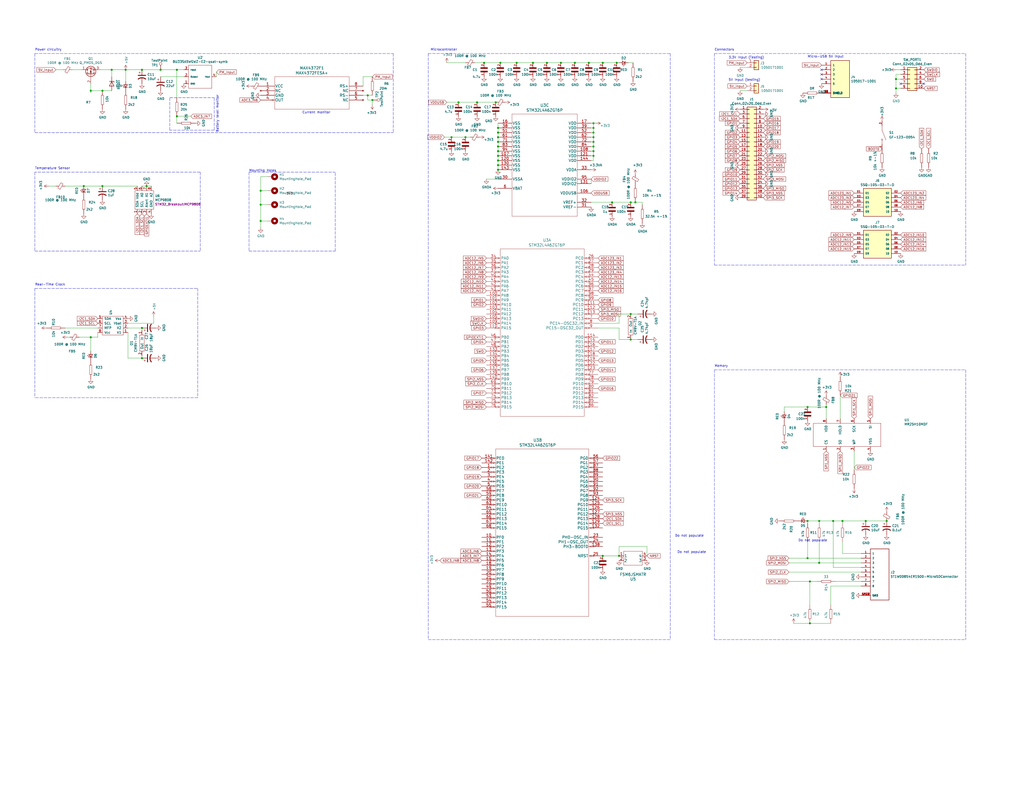
<source format=kicad_sch>
(kicad_sch (version 20211123) (generator eeschema)
  (paper "C")
  (lib_symbols
    (symbol "Connector:TestPoint" (pin_numbers hide) (pin_names (offset 0.762) hide)
      (property "Reference" "TP" (at 0 6.858 0))
      (property "Value" "Connector_TestPoint" (at 0 5.08 0))
      (symbol "TestPoint_1_1"
        (pin passive line (at 0 0 90) (length 2.54) (name "1") (number "1"))
      )
    )
    (symbol "Connector_Generic:Conn_01x02" (pin_names (offset 1.016) hide)
      (property "Reference" "J" (at 0 2.54 0))
      (property "Value" "Connector_Generic_Conn_01x02" (at 0 -5.08 0))
      (symbol "Conn_01x02_1_1"
        (pin passive line (at -5.08 0 0) (length 3.81) (name "Pin_1") (number "1"))
        (pin passive line (at -5.08 -2.54 0) (length 3.81) (name "Pin_2") (number "2"))
      )
    )
    (symbol "Connector_Generic:Conn_02x05_Odd_Even" (pin_names (offset 1.016) hide)
      (property "Reference" "J" (at 1.27 7.62 0))
      (property "Value" "Connector_Generic_Conn_02x05_Odd_Even" (at 1.27 -7.62 0))
      (symbol "Conn_02x05_Odd_Even_1_1"
        (pin passive line (at -5.08 5.08 0) (length 3.81) (name "Pin_1") (number "1"))
        (pin passive line (at 7.62 -5.08 180) (length 3.81) (name "Pin_10") (number "10"))
        (pin passive line (at 7.62 5.08 180) (length 3.81) (name "Pin_2") (number "2"))
        (pin passive line (at -5.08 2.54 0) (length 3.81) (name "Pin_3") (number "3"))
        (pin passive line (at 7.62 2.54 180) (length 3.81) (name "Pin_4") (number "4"))
        (pin passive line (at -5.08 0 0) (length 3.81) (name "Pin_5") (number "5"))
        (pin passive line (at 7.62 0 180) (length 3.81) (name "Pin_6") (number "6"))
        (pin passive line (at -5.08 -2.54 0) (length 3.81) (name "Pin_7") (number "7"))
        (pin passive line (at 7.62 -2.54 180) (length 3.81) (name "Pin_8") (number "8"))
        (pin passive line (at -5.08 -5.08 0) (length 3.81) (name "Pin_9") (number "9"))
      )
    )
    (symbol "Connector_Generic:Conn_02x20_Odd_Even" (pin_names (offset 1.016) hide)
      (property "Reference" "J" (at 1.27 25.4 0))
      (property "Value" "Connector_Generic_Conn_02x20_Odd_Even" (at 1.27 -27.94 0))
      (symbol "Conn_02x20_Odd_Even_1_1"
        (pin passive line (at -5.08 22.86 0) (length 3.81) (name "Pin_1") (number "1"))
        (pin passive line (at 7.62 12.7 180) (length 3.81) (name "Pin_10") (number "10"))
        (pin passive line (at -5.08 10.16 0) (length 3.81) (name "Pin_11") (number "11"))
        (pin passive line (at 7.62 10.16 180) (length 3.81) (name "Pin_12") (number "12"))
        (pin passive line (at -5.08 7.62 0) (length 3.81) (name "Pin_13") (number "13"))
        (pin passive line (at 7.62 7.62 180) (length 3.81) (name "Pin_14") (number "14"))
        (pin passive line (at -5.08 5.08 0) (length 3.81) (name "Pin_15") (number "15"))
        (pin passive line (at 7.62 5.08 180) (length 3.81) (name "Pin_16") (number "16"))
        (pin passive line (at -5.08 2.54 0) (length 3.81) (name "Pin_17") (number "17"))
        (pin passive line (at 7.62 2.54 180) (length 3.81) (name "Pin_18") (number "18"))
        (pin passive line (at -5.08 0 0) (length 3.81) (name "Pin_19") (number "19"))
        (pin passive line (at 7.62 22.86 180) (length 3.81) (name "Pin_2") (number "2"))
        (pin passive line (at 7.62 0 180) (length 3.81) (name "Pin_20") (number "20"))
        (pin passive line (at -5.08 -2.54 0) (length 3.81) (name "Pin_21") (number "21"))
        (pin passive line (at 7.62 -2.54 180) (length 3.81) (name "Pin_22") (number "22"))
        (pin passive line (at -5.08 -5.08 0) (length 3.81) (name "Pin_23") (number "23"))
        (pin passive line (at 7.62 -5.08 180) (length 3.81) (name "Pin_24") (number "24"))
        (pin passive line (at -5.08 -7.62 0) (length 3.81) (name "Pin_25") (number "25"))
        (pin passive line (at 7.62 -7.62 180) (length 3.81) (name "Pin_26") (number "26"))
        (pin passive line (at -5.08 -10.16 0) (length 3.81) (name "Pin_27") (number "27"))
        (pin passive line (at 7.62 -10.16 180) (length 3.81) (name "Pin_28") (number "28"))
        (pin passive line (at -5.08 -12.7 0) (length 3.81) (name "Pin_29") (number "29"))
        (pin passive line (at -5.08 20.32 0) (length 3.81) (name "Pin_3") (number "3"))
        (pin passive line (at 7.62 -12.7 180) (length 3.81) (name "Pin_30") (number "30"))
        (pin passive line (at -5.08 -15.24 0) (length 3.81) (name "Pin_31") (number "31"))
        (pin passive line (at 7.62 -15.24 180) (length 3.81) (name "Pin_32") (number "32"))
        (pin passive line (at -5.08 -17.78 0) (length 3.81) (name "Pin_33") (number "33"))
        (pin passive line (at 7.62 -17.78 180) (length 3.81) (name "Pin_34") (number "34"))
        (pin passive line (at -5.08 -20.32 0) (length 3.81) (name "Pin_35") (number "35"))
        (pin passive line (at 7.62 -20.32 180) (length 3.81) (name "Pin_36") (number "36"))
        (pin passive line (at -5.08 -22.86 0) (length 3.81) (name "Pin_37") (number "37"))
        (pin passive line (at 7.62 -22.86 180) (length 3.81) (name "Pin_38") (number "38"))
        (pin passive line (at -5.08 -25.4 0) (length 3.81) (name "Pin_39") (number "39"))
        (pin passive line (at 7.62 20.32 180) (length 3.81) (name "Pin_4") (number "4"))
        (pin passive line (at 7.62 -25.4 180) (length 3.81) (name "Pin_40") (number "40"))
        (pin passive line (at -5.08 17.78 0) (length 3.81) (name "Pin_5") (number "5"))
        (pin passive line (at 7.62 17.78 180) (length 3.81) (name "Pin_6") (number "6"))
        (pin passive line (at -5.08 15.24 0) (length 3.81) (name "Pin_7") (number "7"))
        (pin passive line (at 7.62 15.24 180) (length 3.81) (name "Pin_8") (number "8"))
        (pin passive line (at -5.08 12.7 0) (length 3.81) (name "Pin_9") (number "9"))
      )
    )
    (symbol "Device:CP1" (pin_numbers hide) (pin_names (offset 0.254) hide)
      (property "Reference" "C" (at 0.635 2.54 0))
      (property "Value" "Device_CP1" (at 0.635 -2.54 0))
      (symbol "CP1_1_1"
        (pin passive line (at 0 3.81 270) (length 2.794) (name "~") (number "1"))
        (pin passive line (at 0 -3.81 90) (length 3.302) (name "~") (number "2"))
      )
    )
    (symbol "Device:D_Zener" (pin_numbers hide) (pin_names (offset 1.016) hide)
      (property "Reference" "D" (at 0 2.54 0))
      (property "Value" "Device_D_Zener" (at 0 -2.54 0))
      (symbol "D_Zener_1_1"
        (pin passive line (at -3.81 0 0) (length 2.54) (name "K") (number "1"))
        (pin passive line (at 3.81 0 180) (length 2.54) (name "A") (number "2"))
      )
    )
    (symbol "Device:Ferrite_Bead_Small" (pin_numbers hide) (pin_names (offset 0))
      (property "Reference" "FB" (at 1.905 1.27 0))
      (property "Value" "Device_Ferrite_Bead_Small" (at 1.905 -1.27 0))
      (symbol "Ferrite_Bead_Small_1_1"
        (pin passive line (at 0 2.54 270) (length 1.27) (name "~") (number "1"))
        (pin passive line (at 0 -2.54 90) (length 1.27) (name "~") (number "2"))
      )
    )
    (symbol "Device:LED_Small" (pin_numbers hide) (pin_names (offset 0.254) hide)
      (property "Reference" "D" (at -1.27 3.175 0))
      (property "Value" "Device_LED_Small" (at -4.445 -2.54 0))
      (symbol "LED_Small_1_1"
        (pin passive line (at -2.54 0 0) (length 1.778) (name "K") (number "1"))
        (pin passive line (at 2.54 0 180) (length 1.778) (name "A") (number "2"))
      )
    )
    (symbol "Device:Q_PMOS_DGS" (pin_names (offset 0) hide)
      (property "Reference" "Q" (at 5.08 1.27 0))
      (property "Value" "Device_Q_PMOS_DGS" (at 5.08 -1.27 0))
      (symbol "Q_PMOS_DGS_1_1"
        (pin passive line (at 2.54 5.08 270) (length 2.54) (name "D") (number "1"))
        (pin input line (at -5.08 0 0) (length 2.54) (name "G") (number "2"))
        (pin passive line (at 2.54 -5.08 90) (length 2.54) (name "S") (number "3"))
      )
    )
    (symbol "Mechanical:MountingHole_Pad" (pin_numbers hide) (pin_names (offset 1.016) hide)
      (property "Reference" "H" (at 0 6.35 0))
      (property "Value" "Mechanical_MountingHole_Pad" (at 0 4.445 0))
      (symbol "MountingHole_Pad_1_1"
        (pin input line (at 0 -2.54 90) (length 2.54) (name "1") (number "1"))
      )
    )
    (symbol "STM32_Breakout-rescue:105017-1001-Imported_OBC_Library" (pin_names (offset 1.016))
      (property "Reference" "J" (at -5.08 10.16 0))
      (property "Value" "105017-1001-Imported_OBC_Library" (at -5.08 -10.16 0))
      (symbol "105017-1001-Imported_OBC_Library_0_0"
        (pin passive line (at 10.16 7.62 180) (length 5.08) (name "1") (number "1"))
        (pin passive line (at 10.16 5.08 180) (length 5.08) (name "2") (number "2"))
        (pin passive line (at 10.16 2.54 180) (length 5.08) (name "3") (number "3"))
        (pin passive line (at 10.16 0 180) (length 5.08) (name "4") (number "4"))
        (pin passive line (at 10.16 -2.54 180) (length 5.08) (name "5") (number "5"))
        (pin passive line (at 10.16 -7.62 180) (length 5.08) (name "SHIELD") (number "S1"))
        (pin passive line (at 10.16 -7.62 180) (length 5.08) (name "SHIELD") (number "S2"))
        (pin passive line (at 10.16 -7.62 180) (length 5.08) (name "SHIELD") (number "S3"))
        (pin passive line (at 10.16 -7.62 180) (length 5.08) (name "SHIELD") (number "S4"))
        (pin passive line (at 10.16 -7.62 180) (length 5.08) (name "SHIELD") (number "S5"))
        (pin passive line (at 10.16 -7.62 180) (length 5.08) (name "SHIELD") (number "S6"))
      )
    )
    (symbol "STM32_Breakout-rescue:BU33SA5WGWZ-E2-qsat-symb-Imported_OBC_Library" (pin_names (offset 1.016))
      (property "Reference" "U" (at 0 -16.51 0))
      (property "Value" "BU33SA5WGWZ-E2-qsat-symb-Imported_OBC_Library" (at 0 15.24 0))
      (symbol "BU33SA5WGWZ-E2-qsat-symb-Imported_OBC_Library_1_1"
        (pin output line (at 3.81 -8.89 90) (length 2.54) (name "GND") (number "1"))
        (pin output line (at 0 -8.89 90) (length 2.54) (name "Output") (number "2"))
        (pin input line (at -3.81 -8.89 90) (length 2.54) (name "Input") (number "3"))
        (pin output line (at 0 8.89 270) (length 2.54) (name "Vout") (number "4"))
      )
    )
    (symbol "STM32_Breakout-rescue:CC0603MRX5R5BB475-CC0603MRX5R5BB475" (pin_names (offset 1.016) hide)
      (property "Reference" "C" (at 0 3.81 0))
      (property "Value" "CC0603MRX5R5BB475-CC0603MRX5R5BB475" (at 0 -5.08 0))
      (symbol "CC0603MRX5R5BB475-CC0603MRX5R5BB475_0_0"
        (pin passive line (at 5.08 0 180) (length 2.54) (name "~") (number "1"))
        (pin passive line (at -2.54 0 0) (length 2.54) (name "~") (number "2"))
      )
    )
    (symbol "STM32_Breakout-rescue:CM9V-T1A-Imported_OBC_Library" (pin_names (offset 1.016))
      (property "Reference" "O" (at 0 -2.54 0))
      (property "Value" "CM9V-T1A-Imported_OBC_Library" (at 0 2.54 0))
      (symbol "CM9V-T1A-Imported_OBC_Library_1_1"
        (pin input line (at 7.62 0 180) (length 2.54) (name "In") (number "1"))
        (pin output line (at -6.35 0 0) (length 2.54) (name "Out") (number "2"))
      )
    )
    (symbol "STM32_Breakout-rescue:FSM6JSMATR-Imported_OBC_Library" (pin_names (offset 0.254))
      (property "Reference" "U" (at 22.86 10.16 0))
      (property "Value" "FSM6JSMATR-Imported_OBC_Library" (at 22.86 7.62 0))
      (symbol "FSM6JSMATR-Imported_OBC_Library_1_1"
        (pin unspecified line (at 5.08 0 0) (length 2.54) (name "1") (number "1"))
        (pin unspecified line (at 5.08 -2.54 0) (length 2.54) (name "2") (number "2"))
        (pin unspecified line (at 20.32 -2.54 180) (length 2.54) (name "3") (number "3"))
        (pin unspecified line (at 20.32 0 180) (length 2.54) (name "4") (number "4"))
      )
    )
    (symbol "STM32_Breakout-rescue:GF-123-0054" (pin_names (offset 1.016) hide)
      (property "Reference" "S" (at -2.54 2.54 0))
      (property "Value" "GF-123-0054" (at -2.54 -2.54 0))
      (symbol "GF-123-0054_0_0"
        (pin passive line (at 7.62 0 180) (length 2.54) (name "~") (number "1"))
        (pin passive line (at -7.62 0 0) (length 2.54) (name "~") (number "2"))
      )
    )
    (symbol "STM32_Breakout-rescue:MAX4372FESA+-MAX4372FESA+" (pin_names (offset 0.254))
      (property "Reference" "U" (at 27.94 10.16 0))
      (property "Value" "MAX4372FESA+-MAX4372FESA+" (at 27.94 7.62 0))
      (symbol "MAX4372FESA+-MAX4372FESA+_1_1"
        (pin power_in line (at 0 0 0) (length 7.62) (name "VCC") (number "1"))
        (pin no_connect line (at 0 -2.54 0) (length 7.62) (name "NC") (number "2"))
        (pin power_in line (at 0 -5.08 0) (length 7.62) (name "GND") (number "3"))
        (pin output line (at 0 -7.62 0) (length 7.62) (name "OUT") (number "4"))
        (pin no_connect line (at 55.88 -7.62 180) (length 7.62) (name "NC") (number "5"))
        (pin unspecified line (at 55.88 -5.08 180) (length 7.62) (name "RS-") (number "6"))
        (pin no_connect line (at 55.88 -2.54 180) (length 7.62) (name "NC") (number "7"))
        (pin unspecified line (at 55.88 0 180) (length 7.62) (name "RS+") (number "8"))
      )
    )
    (symbol "STM32_Breakout-rescue:MCP7940NT-I_MS-Imported_OBC_Library" (pin_names (offset 1.016))
      (property "Reference" "U" (at 0 -15.24 0))
      (property "Value" "MCP7940NT-I_MS-Imported_OBC_Library" (at 0 13.97 0))
      (symbol "MCP7940NT-I_MS-Imported_OBC_Library_1_1"
        (pin input line (at -3.81 -8.89 90) (length 2.54) (name "X1") (number "1"))
        (pin output line (at -1.27 -8.89 90) (length 2.54) (name "X2") (number "2"))
        (pin input line (at 1.27 -8.89 90) (length 2.54) (name "Vbat") (number "3"))
        (pin output line (at 3.81 -8.89 90) (length 2.54) (name "Vss") (number "4"))
        (pin output line (at 3.81 7.62 270) (length 2.54) (name "SDA") (number "5"))
        (pin output line (at 1.27 7.62 270) (length 2.54) (name "SCL") (number "6"))
        (pin output line (at -1.27 7.62 270) (length 2.54) (name "MFP") (number "7"))
        (pin input line (at -3.81 7.62 270) (length 2.54) (name "Vcc") (number "8"))
      )
    )
    (symbol "STM32_Breakout-rescue:MCP9808-Imported_OBC_Library" (pin_names (offset 1.016))
      (property "Reference" "U" (at 0 -6.35 0))
      (property "Value" "MCP9808-Imported_OBC_Library" (at 0 6.35 0))
      (symbol "MCP9808-Imported_OBC_Library_1_1"
        (pin bidirectional line (at -7.62 3.81 0) (length 2.54) (name "SDA") (number "1"))
        (pin input line (at -7.62 1.27 0) (length 2.54) (name "SCL") (number "2"))
        (pin output line (at -7.62 -1.27 0) (length 2.54) (name "Alert") (number "3"))
        (pin input line (at -7.62 -3.81 0) (length 2.54) (name "GND") (number "4"))
        (pin input line (at 7.62 3.81 180) (length 2.54) (name "Vdd") (number "5"))
        (pin input line (at 7.62 1.27 180) (length 2.54) (name "A0") (number "6"))
        (pin input line (at 7.62 -1.27 180) (length 2.54) (name "A1") (number "7"))
        (pin input line (at 7.62 -3.81 180) (length 2.54) (name "A2") (number "8"))
      )
    )
    (symbol "STM32_Breakout-rescue:MR25H10MDF-MRAM_Symbol" (pin_names (offset 1.016))
      (property "Reference" "U" (at 0 -20.32 0))
      (property "Value" "MR25H10MDF-MRAM_Symbol" (at 0 39.37 0))
      (symbol "MR25H10MDF-MRAM_Symbol_1_1"
        (pin input line (at -11.43 -2.54 90) (length 2.54) (name "CS") (number "1"))
        (pin output line (at -3.81 -2.54 90) (length 2.54) (name "SO") (number "2"))
        (pin input line (at 3.81 -2.54 90) (length 2.54) (name "WP") (number "3"))
        (pin unspecified line (at 12.7 -2.54 90) (length 2.54) (name "VSS") (number "4"))
        (pin input line (at 12.7 15.24 270) (length 2.54) (name "SI") (number "5"))
        (pin input line (at 3.81 15.24 270) (length 2.54) (name "SCK") (number "6"))
        (pin input line (at -3.81 15.24 270) (length 2.54) (name "HOLD") (number "7"))
        (pin power_in line (at -11.43 15.24 270) (length 2.54) (name "VDD") (number "8"))
      )
    )
    (symbol "STM32_Breakout-rescue:R0603-OBC_Libary" (pin_numbers hide) (pin_names (offset 1.016) hide)
      (property "Reference" "R" (at -7.62 2.54 0))
      (property "Value" "R0603-OBC_Libary" (at -7.62 -5.08 0))
      (symbol "R0603-OBC_Libary_0_0"
        (pin passive line (at -5.08 0 0) (length 2.54) (name "~") (number "1"))
        (pin passive line (at 5.08 0 180) (length 2.54) (name "~") (number "2"))
      )
    )
    (symbol "STM32_Breakout-rescue:SSQ-105-03-T-D-Imported_OBC_Library" (pin_names (offset 1.016))
      (property "Reference" "J" (at -8.128 7.62 0))
      (property "Value" "SSQ-105-03-T-D-Imported_OBC_Library" (at -7.62 -10.16 0))
      (symbol "SSQ-105-03-T-D-Imported_OBC_Library_0_0"
        (pin passive line (at -12.7 5.08 0) (length 5.08) (name "01") (number "01"))
        (pin passive line (at 12.7 5.08 180) (length 5.08) (name "02") (number "02"))
        (pin passive line (at -12.7 2.54 0) (length 5.08) (name "03") (number "03"))
        (pin passive line (at 12.7 2.54 180) (length 5.08) (name "04") (number "04"))
        (pin passive line (at -12.7 0 0) (length 5.08) (name "05") (number "05"))
        (pin passive line (at 12.7 0 180) (length 5.08) (name "06") (number "06"))
        (pin passive line (at -12.7 -2.54 0) (length 5.08) (name "07") (number "07"))
        (pin passive line (at 12.7 -2.54 180) (length 5.08) (name "08") (number "08"))
        (pin passive line (at -12.7 -5.08 0) (length 5.08) (name "09") (number "09"))
        (pin passive line (at 12.7 -5.08 180) (length 5.08) (name "10") (number "10"))
      )
    )
    (symbol "STM32_Breakout-rescue:ST1W008S4ER1500-MicroSDConnector-Imported_OBC_Library" (pin_names (offset 1.016))
      (property "Reference" "J" (at -5.08 13.462 0))
      (property "Value" "ST1W008S4ER1500-MicroSDConnector-Imported_OBC_Library" (at -5.08 -17.78 0))
      (symbol "ST1W008S4ER1500-MicroSDConnector-Imported_OBC_Library_0_0"
        (pin passive line (at -10.16 10.16 0) (length 5.08) (name "1") (number "1"))
        (pin passive line (at -10.16 7.62 0) (length 5.08) (name "2") (number "2"))
        (pin passive line (at -10.16 5.08 0) (length 5.08) (name "3") (number "3"))
        (pin passive line (at -10.16 2.54 0) (length 5.08) (name "4") (number "4"))
        (pin passive line (at -10.16 0 0) (length 5.08) (name "5") (number "5"))
        (pin passive line (at -10.16 -2.54 0) (length 5.08) (name "6") (number "6"))
        (pin passive line (at -10.16 -5.08 0) (length 5.08) (name "7") (number "7"))
        (pin passive line (at -10.16 -7.62 0) (length 5.08) (name "8") (number "8"))
        (pin power_in line (at -10.16 -12.7 0) (length 5.08) (name "GND") (number "GND1"))
        (pin power_in line (at -10.16 -12.7 0) (length 5.08) (name "GND") (number "GND2"))
        (pin power_in line (at -10.16 -12.7 0) (length 5.08) (name "GND") (number "GND3"))
        (pin power_in line (at -10.16 -12.7 0) (length 5.08) (name "GND") (number "GND4"))
      )
    )
    (symbol "STM32_Breakout-rescue:STM32L4A6ZGT6P-STM32L4A6ZGT6P" (pin_names (offset 0.254))
      (property "Reference" "U" (at 33.02 10.16 0))
      (property "Value" "STM32L4A6ZGT6P-STM32L4A6ZGT6P" (at 33.02 7.62 0))
      (symbol "STM32L4A6ZGT6P-STM32L4A6ZGT6P_1_1"
        (pin bidirectional line (at 0 -20.32 0) (length 7.62) (name "PA8") (number "100"))
        (pin bidirectional line (at 0 -22.86 0) (length 7.62) (name "PA9") (number "101"))
        (pin bidirectional line (at 0 -25.4 0) (length 7.62) (name "PA10") (number "102"))
        (pin bidirectional line (at 0 -27.94 0) (length 7.62) (name "PA11") (number "103"))
        (pin bidirectional line (at 0 -30.48 0) (length 7.62) (name "PA12") (number "104"))
        (pin bidirectional line (at 0 -33.02 0) (length 7.62) (name "PA13") (number "105"))
        (pin bidirectional line (at 0 -35.56 0) (length 7.62) (name "PA14") (number "109"))
        (pin bidirectional line (at 0 -38.1 0) (length 7.62) (name "PA15") (number "110"))
        (pin bidirectional line (at 60.96 -25.4 180) (length 7.62) (name "PC10") (number "111"))
        (pin bidirectional line (at 60.96 -27.94 180) (length 7.62) (name "PC11") (number "112"))
        (pin bidirectional line (at 60.96 -30.48 180) (length 7.62) (name "PC12") (number "113"))
        (pin bidirectional line (at 60.96 -43.18 180) (length 7.62) (name "PD0") (number "114"))
        (pin bidirectional line (at 60.96 -45.72 180) (length 7.62) (name "PD1") (number "115"))
        (pin bidirectional line (at 60.96 -48.26 180) (length 7.62) (name "PD2") (number "116"))
        (pin bidirectional line (at 60.96 -50.8 180) (length 7.62) (name "PD3") (number "117"))
        (pin bidirectional line (at 60.96 -53.34 180) (length 7.62) (name "PD4") (number "118"))
        (pin bidirectional line (at 60.96 -55.88 180) (length 7.62) (name "PD5") (number "119"))
        (pin bidirectional line (at 60.96 -58.42 180) (length 7.62) (name "PD6") (number "122"))
        (pin bidirectional line (at 60.96 -60.96 180) (length 7.62) (name "PD7") (number "123"))
        (pin bidirectional line (at 0 -50.8 0) (length 7.62) (name "PB3") (number "133"))
        (pin bidirectional line (at 0 -53.34 0) (length 7.62) (name "PB4") (number "134"))
        (pin bidirectional line (at 0 -55.88 0) (length 7.62) (name "PB5") (number "135"))
        (pin bidirectional line (at 0 -58.42 0) (length 7.62) (name "PB6") (number "136"))
        (pin bidirectional line (at 0 -60.96 0) (length 7.62) (name "PB7") (number "137"))
        (pin bidirectional line (at 0 -63.5 0) (length 7.62) (name "PB8") (number "139"))
        (pin bidirectional line (at 0 -66.04 0) (length 7.62) (name "PB9") (number "140"))
        (pin bidirectional line (at 60.96 0 180) (length 7.62) (name "PC0") (number "26"))
        (pin bidirectional line (at 60.96 -2.54 180) (length 7.62) (name "PC1") (number "27"))
        (pin bidirectional line (at 60.96 -5.08 180) (length 7.62) (name "PC2") (number "28"))
        (pin bidirectional line (at 60.96 -7.62 180) (length 7.62) (name "PC3") (number "29"))
        (pin bidirectional line (at 0 0 0) (length 7.62) (name "PA0") (number "34"))
        (pin bidirectional line (at 0 -2.54 0) (length 7.62) (name "PA1") (number "35"))
        (pin bidirectional line (at 0 -5.08 0) (length 7.62) (name "PA2") (number "36"))
        (pin bidirectional line (at 0 -7.62 0) (length 7.62) (name "PA3") (number "37"))
        (pin bidirectional line (at 0 -10.16 0) (length 7.62) (name "PA4") (number "40"))
        (pin bidirectional line (at 0 -12.7 0) (length 7.62) (name "PA5") (number "41"))
        (pin bidirectional line (at 0 -15.24 0) (length 7.62) (name "PA6") (number "42"))
        (pin bidirectional line (at 0 -17.78 0) (length 7.62) (name "PA7") (number "43"))
        (pin bidirectional line (at 60.96 -10.16 180) (length 7.62) (name "PC4") (number "44"))
        (pin bidirectional line (at 60.96 -12.7 180) (length 7.62) (name "PC5") (number "45"))
        (pin bidirectional line (at 0 -43.18 0) (length 7.62) (name "PB0") (number "46"))
        (pin bidirectional line (at 0 -45.72 0) (length 7.62) (name "PB1") (number "47"))
        (pin bidirectional line (at 0 -48.26 0) (length 7.62) (name "PB2") (number "48"))
        (pin bidirectional line (at 0 -68.58 0) (length 7.62) (name "PB10") (number "69"))
        (pin bidirectional line (at 60.96 -33.02 180) (length 7.62) (name "PC13") (number "7"))
        (pin bidirectional line (at 0 -71.12 0) (length 7.62) (name "PB11") (number "70"))
        (pin bidirectional line (at 0 -73.66 0) (length 7.62) (name "PB12") (number "73"))
        (pin bidirectional line (at 0 -76.2 0) (length 7.62) (name "PB13") (number "74"))
        (pin bidirectional line (at 0 -78.74 0) (length 7.62) (name "PB14") (number "75"))
        (pin bidirectional line (at 0 -81.28 0) (length 7.62) (name "PB15") (number "76"))
        (pin bidirectional line (at 60.96 -63.5 180) (length 7.62) (name "PD8") (number "77"))
        (pin bidirectional line (at 60.96 -66.04 180) (length 7.62) (name "PD9") (number "78"))
        (pin bidirectional line (at 60.96 -68.58 180) (length 7.62) (name "PD10") (number "79"))
        (pin bidirectional line (at 60.96 -35.56 180) (length 7.62) (name "PC14-OSC32_IN") (number "8"))
        (pin bidirectional line (at 60.96 -71.12 180) (length 7.62) (name "PD11") (number "80"))
        (pin bidirectional line (at 60.96 -73.66 180) (length 7.62) (name "PD12") (number "81"))
        (pin bidirectional line (at 60.96 -76.2 180) (length 7.62) (name "PD13") (number "82"))
        (pin bidirectional line (at 60.96 -78.74 180) (length 7.62) (name "PD14") (number "85"))
        (pin bidirectional line (at 60.96 -81.28 180) (length 7.62) (name "PD15") (number "86"))
        (pin bidirectional line (at 60.96 -38.1 180) (length 7.62) (name "PC15-OSC32_OUT") (number "9"))
        (pin bidirectional line (at 60.96 -15.24 180) (length 7.62) (name "PC6") (number "96"))
        (pin bidirectional line (at 60.96 -17.78 180) (length 7.62) (name "PC7") (number "97"))
        (pin bidirectional line (at 60.96 -20.32 180) (length 7.62) (name "PC8") (number "98"))
        (pin bidirectional line (at 60.96 -22.86 180) (length 7.62) (name "PC9") (number "99"))
      )
      (symbol "STM32L4A6ZGT6P-STM32L4A6ZGT6P_2_1"
        (pin bidirectional line (at 0 -5.08 0) (length 7.62) (name "PE2") (number "1"))
        (pin bidirectional line (at 0 -43.18 0) (length 7.62) (name "PF0") (number "10"))
        (pin bidirectional line (at 0 -45.72 0) (length 7.62) (name "PF1") (number "11"))
        (pin bidirectional line (at 0 -48.26 0) (length 7.62) (name "PF2") (number "12"))
        (pin bidirectional line (at 66.04 -22.86 180) (length 7.62) (name "PG9") (number "124"))
        (pin bidirectional line (at 66.04 -25.4 180) (length 7.62) (name "PG10") (number "125"))
        (pin bidirectional line (at 66.04 -27.94 180) (length 7.62) (name "PG11") (number "126"))
        (pin bidirectional line (at 66.04 -30.48 180) (length 7.62) (name "PG12") (number "127"))
        (pin bidirectional line (at 66.04 -33.02 180) (length 7.62) (name "PG13") (number "128"))
        (pin bidirectional line (at 66.04 -35.56 180) (length 7.62) (name "PG14") (number "129"))
        (pin bidirectional line (at 0 -50.8 0) (length 7.62) (name "PF3") (number "13"))
        (pin bidirectional line (at 66.04 -38.1 180) (length 7.62) (name "PG15") (number "132"))
        (pin bidirectional line (at 66.04 -48.26 180) (length 7.62) (name "PH3-BOOT0") (number "138"))
        (pin bidirectional line (at 0 -53.34 0) (length 7.62) (name "PF4") (number "14"))
        (pin bidirectional line (at 0 0 0) (length 7.62) (name "PE0") (number "141"))
        (pin bidirectional line (at 0 -2.54 0) (length 7.62) (name "PE1") (number "142"))
        (pin bidirectional line (at 0 -55.88 0) (length 7.62) (name "PF5") (number "15"))
        (pin bidirectional line (at 0 -58.42 0) (length 7.62) (name "PF6") (number "18"))
        (pin bidirectional line (at 0 -60.96 0) (length 7.62) (name "PF7") (number "19"))
        (pin bidirectional line (at 0 -7.62 0) (length 7.62) (name "PE3") (number "2"))
        (pin bidirectional line (at 0 -63.5 0) (length 7.62) (name "PF8") (number "20"))
        (pin bidirectional line (at 0 -66.04 0) (length 7.62) (name "PF9") (number "21"))
        (pin bidirectional line (at 0 -68.58 0) (length 7.62) (name "PF10") (number "22"))
        (pin bidirectional line (at 66.04 -43.18 180) (length 7.62) (name "PH0-OSC_IN") (number "23"))
        (pin bidirectional line (at 66.04 -45.72 180) (length 7.62) (name "PH1-OSC_OUT") (number "24"))
        (pin bidirectional line (at 66.04 -53.34 180) (length 7.62) (name "NRST") (number "25"))
        (pin bidirectional line (at 0 -10.16 0) (length 7.62) (name "PE4") (number "3"))
        (pin bidirectional line (at 0 -12.7 0) (length 7.62) (name "PE5") (number "4"))
        (pin bidirectional line (at 0 -71.12 0) (length 7.62) (name "PF11") (number "49"))
        (pin bidirectional line (at 0 -15.24 0) (length 7.62) (name "PE6") (number "5"))
        (pin bidirectional line (at 0 -73.66 0) (length 7.62) (name "PF12") (number "50"))
        (pin bidirectional line (at 0 -76.2 0) (length 7.62) (name "PF13") (number "53"))
        (pin bidirectional line (at 0 -78.74 0) (length 7.62) (name "PF14") (number "54"))
        (pin bidirectional line (at 0 -81.28 0) (length 7.62) (name "PF15") (number "55"))
        (pin bidirectional line (at 66.04 0 180) (length 7.62) (name "PG0") (number "56"))
        (pin bidirectional line (at 66.04 -2.54 180) (length 7.62) (name "PG1") (number "57"))
        (pin bidirectional line (at 0 -17.78 0) (length 7.62) (name "PE7") (number "58"))
        (pin bidirectional line (at 0 -20.32 0) (length 7.62) (name "PE8") (number "59"))
        (pin bidirectional line (at 0 -22.86 0) (length 7.62) (name "PE9") (number "60"))
        (pin bidirectional line (at 0 -25.4 0) (length 7.62) (name "PE10") (number "63"))
        (pin bidirectional line (at 0 -27.94 0) (length 7.62) (name "PE11") (number "64"))
        (pin bidirectional line (at 0 -30.48 0) (length 7.62) (name "PE12") (number "65"))
        (pin bidirectional line (at 0 -33.02 0) (length 7.62) (name "PE13") (number "66"))
        (pin bidirectional line (at 0 -35.56 0) (length 7.62) (name "PE14") (number "67"))
        (pin bidirectional line (at 0 -38.1 0) (length 7.62) (name "PE15") (number "68"))
        (pin bidirectional line (at 66.04 -5.08 180) (length 7.62) (name "PG2") (number "87"))
        (pin bidirectional line (at 66.04 -7.62 180) (length 7.62) (name "PG3") (number "88"))
        (pin bidirectional line (at 66.04 -10.16 180) (length 7.62) (name "PG4") (number "89"))
        (pin bidirectional line (at 66.04 -12.7 180) (length 7.62) (name "PG5") (number "90"))
        (pin bidirectional line (at 66.04 -15.24 180) (length 7.62) (name "PG6") (number "91"))
        (pin bidirectional line (at 66.04 -17.78 180) (length 7.62) (name "PG7") (number "92"))
        (pin bidirectional line (at 66.04 -20.32 180) (length 7.62) (name "PG8") (number "93"))
      )
      (symbol "STM32L4A6ZGT6P-STM32L4A6ZGT6P_3_1"
        (pin power_in line (at 50.8 -38.1 180) (length 7.62) (name "VDDUSB") (number "106"))
        (pin power_in line (at 0 -17.78 0) (length 7.62) (name "VSS") (number "107"))
        (pin power_in line (at 50.8 -15.24 180) (length 7.62) (name "VDD") (number "108"))
        (pin power_in line (at 0 -20.32 0) (length 7.62) (name "VSS") (number "120"))
        (pin power_in line (at 50.8 -17.78 180) (length 7.62) (name "VDD") (number "121"))
        (pin power_in line (at 0 -22.86 0) (length 7.62) (name "VSS") (number "130"))
        (pin power_in line (at 50.8 -33.02 180) (length 7.62) (name "VDDIO2") (number "131"))
        (pin power_in line (at 0 -25.4 0) (length 7.62) (name "VSS") (number "143"))
        (pin power_in line (at 50.8 -20.32 180) (length 7.62) (name "VDD") (number "144"))
        (pin power_in line (at 0 0 0) (length 7.62) (name "VSS") (number "16"))
        (pin power_in line (at 50.8 0 180) (length 7.62) (name "VDD") (number "17"))
        (pin power_in line (at 0 -30.48 0) (length 7.62) (name "VSSA") (number "30"))
        (pin power_in line (at 50.8 -45.72 180) (length 7.62) (name "VREF-") (number "31"))
        (pin power_in line (at 50.8 -43.18 180) (length 7.62) (name "VREF+") (number "32"))
        (pin power_in line (at 50.8 -25.4 180) (length 7.62) (name "VDDA") (number "33"))
        (pin power_in line (at 0 -2.54 0) (length 7.62) (name "VSS") (number "38"))
        (pin power_in line (at 50.8 -2.54 180) (length 7.62) (name "VDD") (number "39"))
        (pin power_in line (at 0 -5.08 0) (length 7.62) (name "VSS") (number "51"))
        (pin power_in line (at 50.8 -5.08 180) (length 7.62) (name "VDD") (number "52"))
        (pin power_in line (at 0 -35.56 0) (length 7.62) (name "VBAT") (number "6"))
        (pin power_in line (at 0 -7.62 0) (length 7.62) (name "VSS") (number "61"))
        (pin power_in line (at 50.8 -7.62 180) (length 7.62) (name "VDD") (number "62"))
        (pin power_in line (at 0 -10.16 0) (length 7.62) (name "VSS") (number "71"))
        (pin power_in line (at 50.8 -10.16 180) (length 7.62) (name "VDD") (number "72"))
        (pin power_in line (at 0 -12.7 0) (length 7.62) (name "VSS") (number "83"))
        (pin power_in line (at 50.8 -12.7 180) (length 7.62) (name "VDD") (number "84"))
        (pin power_in line (at 0 -15.24 0) (length 7.62) (name "VSS") (number "94"))
        (pin power_in line (at 50.8 -30.48 180) (length 7.62) (name "VDDIO2") (number "95"))
      )
    )
    (symbol "power:+3.3V" (power) (pin_names (offset 0))
      (property "Value" "power_+3.3V" (at 0 3.556 0))
      (symbol "+3.3V_1_1"
        (pin power_in line (at 0 0 90) (length 0) hide (name "+3V3") (number "1"))
      )
    )
    (symbol "power:+3.3VA" (power) (pin_names (offset 0))
      (property "Value" "power_+3.3VA" (at 0 3.556 0))
      (symbol "+3.3VA_1_1"
        (pin power_in line (at 0 0 90) (length 0) hide (name "+3.3VA") (number "1"))
      )
    )
    (symbol "power:+3V3" (power) (pin_names (offset 0))
      (property "Value" "power_+3V3" (at 0 3.556 0))
      (symbol "+3V3_1_1"
        (pin power_in line (at 0 0 90) (length 0) hide (name "+3V3") (number "1"))
      )
    )
    (symbol "power:+5V" (power) (pin_names (offset 0))
      (property "Value" "power_+5V" (at 0 3.556 0))
      (symbol "+5V_1_1"
        (pin power_in line (at 0 0 90) (length 0) hide (name "+5V") (number "1"))
      )
    )
    (symbol "power:GND" (power) (pin_names (offset 0))
      (property "Value" "power_GND" (at 0 -3.81 0))
      (symbol "GND_1_1"
        (pin power_in line (at 0 0 270) (length 0) hide (name "GND") (number "1"))
      )
    )
    (symbol "power:GNDA" (power) (pin_names (offset 0))
      (property "Value" "power_GNDA" (at 0 -3.81 0))
      (symbol "GNDA_1_1"
        (pin power_in line (at 0 0 270) (length 0) hide (name "GNDA") (number "1"))
      )
    )
  )
  (junction (at 200.66 52.07))
  (junction (at 68.58 38.1))
  (junction (at 447.04 284.48))
  (junction (at 246.38 74.93))
  (junction (at 346.71 110.49))
  (junction (at 260.35 55.88))
  (junction (at 334.01 110.49))
  (junction (at 441.96 317.5))
  (junction (at 290.83 34.29))
  (junction (at 488.95 43.18))
  (junction (at 49.53 49.53))
  (junction (at 55.88 49.53))
  (junction (at 323.85 80.01))
  (junction (at 80.01 101.6))
  (junction (at 270.51 55.88))
  (junction (at 344.17 110.49))
  (junction (at 271.78 90.17))
  (junction (at 273.05 34.29))
  (junction (at 271.78 82.55))
  (junction (at 142.24 120.65))
  (junction (at 271.78 87.63))
  (junction (at 77.47 38.1))
  (junction (at 323.85 77.47))
  (junction (at 45.72 101.6))
  (junction (at 55.88 101.6))
  (junction (at 142.24 111.76))
  (junction (at 483.87 284.48))
  (junction (at 271.78 72.39))
  (junction (at 323.85 82.55))
  (junction (at 298.45 34.29))
  (junction (at 323.85 74.93))
  (junction (at 306.07 34.29))
  (junction (at 271.78 74.93))
  (junction (at 328.93 34.29))
  (junction (at 441.96 340.36))
  (junction (at 271.78 69.85))
  (junction (at 336.55 34.29))
  (junction (at 337.82 303.53))
  (junction (at 321.31 34.29))
  (junction (at 313.69 34.29))
  (junction (at 328.93 303.53))
  (junction (at 440.69 222.25))
  (junction (at 323.85 72.39))
  (junction (at 281.94 34.29))
  (junction (at 323.85 85.09))
  (junction (at 60.96 38.1))
  (junction (at 96.52 38.1))
  (junction (at 142.24 104.14))
  (junction (at 459.74 284.48))
  (junction (at 323.85 69.85))
  (junction (at 77.47 195.58))
  (junction (at 87.63 38.1))
  (junction (at 472.44 284.48))
  (junction (at 323.85 67.31))
  (junction (at 271.78 77.47))
  (junction (at 264.16 34.29))
  (junction (at 271.78 85.09))
  (junction (at 96.52 63.5))
  (junction (at 440.69 304.8))
  (junction (at 440.69 284.48))
  (junction (at 271.78 80.01))
  (junction (at 271.78 92.71))
  (junction (at 254 74.93))
  (junction (at 77.47 179.07))
  (junction (at 344.17 171.45))
  (junction (at 49.53 184.15))
  (junction (at 488.95 48.26))
  (junction (at 447.04 307.34))
  (junction (at 250.19 55.88))
  (junction (at 344.17 185.42))
  (junction (at 203.2 54.61))
  (junction (at 450.85 222.25))
  (junction (at 454.66 284.48))
  (no_connect (at 504.19 45.72))
  (no_connect (at 448.31 43.18))
  (no_connect (at 448.31 38.1))
  (no_connect (at 491.49 45.72))
  (no_connect (at 448.31 40.64))
  (wire (pts (xy 323.85 69.85) (xy 323.85 67.31)))
  (wire (pts (xy 146.05 111.76) (xy 142.24 111.76)))
  (wire (pts (xy 271.78 80.01) (xy 271.78 77.47)))
  (wire (pts (xy 488.95 48.26) (xy 488.95 43.18)))
  (wire (pts (xy 328.93 34.29) (xy 336.55 34.29)))
  (wire (pts (xy 454.66 309.88) (xy 454.66 284.48)))
  (polyline (pts (xy 19.05 93.98) (xy 19.05 137.16)))
  (wire (pts (xy 353.06 303.53) (xy 353.06 298.45)))
  (wire (pts (xy 68.58 38.1) (xy 60.96 38.1)))
  (wire (pts (xy 281.94 34.29) (xy 290.83 34.29)))
  (wire (pts (xy 466.09 256.54) (xy 466.09 246.38)))
  (polyline (pts (xy 365.76 29.21) (xy 365.76 349.25)))
  (polyline (pts (xy 92.71 71.12) (xy 92.71 53.34)))
  (wire (pts (xy 469.9 309.88) (xy 454.66 309.88)))
  (wire (pts (xy 203.2 54.61) (xy 203.2 57.15)))
  (wire (pts (xy 200.66 54.61) (xy 203.2 54.61)))
  (wire (pts (xy 327.66 67.31) (xy 326.39 67.31)))
  (polyline (pts (xy 389.89 201.93) (xy 389.89 349.25)))
  (wire (pts (xy 200.66 52.07) (xy 200.66 54.61)))
  (wire (pts (xy 430.53 312.42) (xy 469.9 312.42)))
  (wire (pts (xy 118.11 41.91) (xy 118.11 39.37)))
  (wire (pts (xy 69.85 195.58) (xy 69.85 181.61)))
  (polyline (pts (xy 92.71 53.34) (xy 116.84 53.34)))
  (polyline (pts (xy 233.68 29.21) (xy 233.68 349.25)))
  (wire (pts (xy 491.49 38.1) (xy 488.95 38.1)))
  (wire (pts (xy 146.05 104.14) (xy 142.24 104.14)))
  (wire (pts (xy 459.74 302.26) (xy 469.9 302.26)))
  (polyline (pts (xy 19.05 137.16) (xy 109.22 137.16)))
  (wire (pts (xy 271.78 69.85) (xy 271.78 67.31)))
  (wire (pts (xy 344.17 171.45) (xy 347.98 171.45)))
  (wire (pts (xy 96.52 38.1) (xy 96.52 53.34)))
  (wire (pts (xy 250.19 55.88) (xy 260.35 55.88)))
  (wire (pts (xy 344.17 110.49) (xy 346.71 110.49)))
  (wire (pts (xy 337.82 171.45) (xy 344.17 171.45)))
  (polyline (pts (xy 389.89 349.25) (xy 527.05 349.25)))
  (wire (pts (xy 322.58 77.47) (xy 323.85 77.47)))
  (wire (pts (xy 77.47 101.6) (xy 80.01 101.6)))
  (wire (pts (xy 146.05 120.65) (xy 142.24 120.65)))
  (wire (pts (xy 440.69 222.25) (xy 450.85 222.25)))
  (wire (pts (xy 322.58 82.55) (xy 323.85 82.55)))
  (wire (pts (xy 337.82 179.07) (xy 337.82 185.42)))
  (wire (pts (xy 334.01 110.49) (xy 344.17 110.49)))
  (wire (pts (xy 488.95 43.18) (xy 491.49 43.18)))
  (polyline (pts (xy 527.05 29.21) (xy 527.05 144.78)))
  (wire (pts (xy 453.39 330.2) (xy 453.39 320.04)))
  (wire (pts (xy 323.85 80.01) (xy 323.85 82.55)))
  (wire (pts (xy 142.24 120.65) (xy 142.24 124.46)))
  (wire (pts (xy 450.85 222.25) (xy 450.85 220.98)))
  (wire (pts (xy 441.96 317.5) (xy 441.96 330.2)))
  (wire (pts (xy 337.82 34.29) (xy 336.55 34.29)))
  (wire (pts (xy 447.04 284.48) (xy 440.69 284.48)))
  (polyline (pts (xy 109.22 93.98) (xy 19.05 93.98)))
  (polyline (pts (xy 135.89 137.16) (xy 182.88 137.16)))
  (wire (pts (xy 488.95 40.64) (xy 491.49 40.64)))
  (wire (pts (xy 259.08 34.29) (xy 264.16 34.29)))
  (wire (pts (xy 322.58 69.85) (xy 323.85 69.85)))
  (wire (pts (xy 322.58 100.33) (xy 322.58 97.79)))
  (wire (pts (xy 142.24 104.14) (xy 142.24 111.76)))
  (wire (pts (xy 55.88 101.6) (xy 74.93 101.6)))
  (wire (pts (xy 322.58 72.39) (xy 323.85 72.39)))
  (wire (pts (xy 326.39 176.53) (xy 337.82 176.53)))
  (wire (pts (xy 427.99 224.79) (xy 427.99 222.25)))
  (wire (pts (xy 344.17 185.42) (xy 347.98 185.42)))
  (wire (pts (xy 254 74.93) (xy 256.54 74.93)))
  (wire (pts (xy 69.85 176.53) (xy 83.82 176.53)))
  (polyline (pts (xy 19.05 157.48) (xy 19.05 217.17)))
  (wire (pts (xy 53.34 184.15) (xy 53.34 181.61)))
  (wire (pts (xy 458.47 215.9) (xy 458.47 228.6)))
  (wire (pts (xy 246.38 74.93) (xy 254 74.93)))
  (wire (pts (xy 96.52 38.1) (xy 100.33 38.1)))
  (wire (pts (xy 49.53 49.53) (xy 55.88 49.53)))
  (wire (pts (xy 321.31 34.29) (xy 328.93 34.29)))
  (wire (pts (xy 447.04 284.48) (xy 447.04 285.75)))
  (wire (pts (xy 447.04 307.34) (xy 469.9 307.34)))
  (wire (pts (xy 271.78 74.93) (xy 271.78 77.47)))
  (wire (pts (xy 77.47 180.34) (xy 77.47 179.07)))
  (wire (pts (xy 298.45 34.29) (xy 306.07 34.29)))
  (wire (pts (xy 447.04 284.48) (xy 454.66 284.48)))
  (wire (pts (xy 450.85 222.25) (xy 450.85 228.6)))
  (wire (pts (xy 472.44 284.48) (xy 483.87 284.48)))
  (wire (pts (xy 264.16 34.29) (xy 273.05 34.29)))
  (wire (pts (xy 323.85 72.39) (xy 323.85 69.85)))
  (wire (pts (xy 60.96 41.91) (xy 60.96 38.1)))
  (polyline (pts (xy 389.89 144.78) (xy 527.05 144.78)))
  (wire (pts (xy 77.47 179.07) (xy 69.85 179.07)))
  (wire (pts (xy 271.78 82.55) (xy 271.78 85.09)))
  (wire (pts (xy 49.53 49.53) (xy 49.53 50.8)))
  (wire (pts (xy 273.05 34.29) (xy 281.94 34.29)))
  (wire (pts (xy 326.39 179.07) (xy 337.82 179.07)))
  (wire (pts (xy 68.58 44.45) (xy 68.58 38.1)))
  (wire (pts (xy 260.35 55.88) (xy 270.51 55.88)))
  (wire (pts (xy 403.86 49.53) (xy 407.67 49.53)))
  (wire (pts (xy 87.63 38.1) (xy 96.52 38.1)))
  (wire (pts (xy 271.78 69.85) (xy 271.78 72.39)))
  (wire (pts (xy 80.01 101.6) (xy 82.55 101.6)))
  (wire (pts (xy 453.39 340.36) (xy 441.96 340.36)))
  (wire (pts (xy 337.82 185.42) (xy 344.17 185.42)))
  (wire (pts (xy 459.74 295.91) (xy 459.74 302.26)))
  (polyline (pts (xy 19.05 72.39) (xy 214.63 72.39)))
  (wire (pts (xy 198.12 46.99) (xy 198.12 41.91)))
  (polyline (pts (xy 389.89 29.21) (xy 527.05 29.21)))
  (polyline (pts (xy 389.89 201.93) (xy 527.05 201.93)))
  (wire (pts (xy 322.58 80.01) (xy 323.85 80.01)))
  (wire (pts (xy 433.07 340.36) (xy 441.96 340.36)))
  (wire (pts (xy 271.78 97.79) (xy 265.43 97.79)))
  (wire (pts (xy 323.85 67.31) (xy 322.58 67.31)))
  (wire (pts (xy 455.93 317.5) (xy 469.9 317.5)))
  (polyline (pts (xy 19.05 157.48) (xy 107.95 157.48)))
  (wire (pts (xy 322.58 74.93) (xy 323.85 74.93)))
  (wire (pts (xy 322.58 85.09) (xy 323.85 85.09)))
  (wire (pts (xy 322.58 110.49) (xy 334.01 110.49)))
  (wire (pts (xy 43.18 184.15) (xy 49.53 184.15)))
  (wire (pts (xy 271.78 74.93) (xy 271.78 72.39)))
  (wire (pts (xy 271.78 80.01) (xy 271.78 82.55)))
  (wire (pts (xy 325.12 67.31) (xy 323.85 67.31)))
  (polyline (pts (xy 19.05 29.21) (xy 214.63 29.21)))
  (wire (pts (xy 337.82 176.53) (xy 337.82 171.45)))
  (wire (pts (xy 459.74 284.48) (xy 454.66 284.48)))
  (wire (pts (xy 323.85 77.47) (xy 323.85 80.01)))
  (wire (pts (xy 83.82 176.53) (xy 83.82 172.72)))
  (wire (pts (xy 49.53 184.15) (xy 53.34 184.15)))
  (wire (pts (xy 87.63 41.91) (xy 100.33 41.91)))
  (wire (pts (xy 350.52 111.76) (xy 350.52 110.49)))
  (wire (pts (xy 60.96 38.1) (xy 54.61 38.1)))
  (wire (pts (xy 440.69 284.48) (xy 440.69 285.75)))
  (wire (pts (xy 488.95 48.26) (xy 491.49 48.26)))
  (wire (pts (xy 323.85 85.09) (xy 323.85 87.63)))
  (wire (pts (xy 430.53 304.8) (xy 440.69 304.8)))
  (polyline (pts (xy 527.05 201.93) (xy 527.05 349.25)))
  (wire (pts (xy 96.52 63.5) (xy 104.14 63.5)))
  (wire (pts (xy 250.19 55.88) (xy 243.84 55.88)))
  (wire (pts (xy 69.85 195.58) (xy 77.47 195.58)))
  (wire (pts (xy 45.72 101.6) (xy 55.88 101.6)))
  (wire (pts (xy 55.88 49.53) (xy 60.96 49.53)))
  (polyline (pts (xy 107.95 217.17) (xy 19.05 217.17)))
  (wire (pts (xy 328.93 303.53) (xy 337.82 303.53)))
  (wire (pts (xy 403.86 36.83) (xy 407.67 36.83)))
  (wire (pts (xy 353.06 298.45) (xy 337.82 298.45)))
  (wire (pts (xy 96.52 67.31) (xy 96.52 63.5)))
  (wire (pts (xy 323.85 77.47) (xy 323.85 74.93)))
  (polyline (pts (xy 109.22 93.98) (xy 109.22 137.16)))
  (polyline (pts (xy 135.89 93.98) (xy 182.88 93.98)))
  (wire (pts (xy 38.1 184.15) (xy 36.83 184.15)))
  (polyline (pts (xy 19.05 29.21) (xy 19.05 72.39)))
  (wire (pts (xy 445.77 317.5) (xy 441.96 317.5)))
  (wire (pts (xy 35.56 179.07) (xy 53.34 179.07)))
  (wire (pts (xy 39.37 38.1) (xy 44.45 38.1)))
  (wire (pts (xy 346.71 110.49) (xy 350.52 110.49)))
  (wire (pts (xy 34.29 38.1) (xy 30.48 38.1)))
  (wire (pts (xy 77.47 195.58) (xy 77.47 194.31)))
  (wire (pts (xy 430.53 317.5) (xy 441.96 317.5)))
  (wire (pts (xy 77.47 38.1) (xy 87.63 38.1)))
  (wire (pts (xy 323.85 87.63) (xy 322.58 87.63)))
  (wire (pts (xy 427.99 222.25) (xy 440.69 222.25)))
  (wire (pts (xy 290.83 34.29) (xy 298.45 34.29)))
  (wire (pts (xy 142.24 111.76) (xy 142.24 120.65)))
  (wire (pts (xy 243.84 34.29) (xy 254 34.29)))
  (polyline (pts (xy 233.68 349.25) (xy 365.76 349.25)))
  (polyline (pts (xy 116.84 71.12) (xy 92.71 71.12)))
  (wire (pts (xy 342.9 34.29) (xy 345.44 34.29)))
  (wire (pts (xy 26.67 101.6) (xy 30.48 101.6)))
  (wire (pts (xy 313.69 34.29) (xy 321.31 34.29)))
  (wire (pts (xy 77.47 38.1) (xy 68.58 38.1)))
  (polyline (pts (xy 389.89 29.21) (xy 389.89 144.78)))
  (wire (pts (xy 447.04 295.91) (xy 447.04 307.34)))
  (wire (pts (xy 323.85 82.55) (xy 323.85 85.09)))
  (wire (pts (xy 49.53 45.72) (xy 49.53 49.53)))
  (wire (pts (xy 453.39 320.04) (xy 469.9 320.04)))
  (wire (pts (xy 242.57 74.93) (xy 246.38 74.93)))
  (polyline (pts (xy 233.68 29.21) (xy 365.76 29.21)))
  (wire (pts (xy 198.12 41.91) (xy 203.2 41.91)))
  (polyline (pts (xy 135.89 93.98) (xy 135.89 137.16)))
  (wire (pts (xy 271.78 92.71) (xy 271.78 90.17)))
  (wire (pts (xy 35.56 101.6) (xy 45.72 101.6)))
  (polyline (pts (xy 116.84 53.34) (xy 116.84 71.12)))
  (polyline (pts (xy 107.95 157.48) (xy 107.95 217.17)))
  (wire (pts (xy 271.78 87.63) (xy 271.78 90.17)))
  (polyline (pts (xy 214.63 29.21) (xy 214.63 72.39)))
  (wire (pts (xy 440.69 304.8) (xy 440.69 295.91)))
  (wire (pts (xy 459.74 285.75) (xy 459.74 284.48)))
  (wire (pts (xy 488.95 50.8) (xy 488.95 48.26)))
  (wire (pts (xy 200.66 52.07) (xy 203.2 52.07)))
  (wire (pts (xy 430.53 307.34) (xy 447.04 307.34)))
  (wire (pts (xy 469.9 304.8) (xy 440.69 304.8)))
  (polyline (pts (xy 182.88 137.16) (xy 182.88 93.98)))
  (wire (pts (xy 323.85 74.93) (xy 323.85 72.39)))
  (wire (pts (xy 459.74 284.48) (xy 472.44 284.48)))
  (wire (pts (xy 142.24 96.52) (xy 142.24 104.14)))
  (wire (pts (xy 488.95 43.18) (xy 488.95 40.64)))
  (wire (pts (xy 146.05 96.52) (xy 142.24 96.52)))
  (wire (pts (xy 271.78 87.63) (xy 271.78 85.09)))
  (wire (pts (xy 49.53 191.77) (xy 49.53 184.15)))
  (wire (pts (xy 198.12 52.07) (xy 200.66 52.07)))
  (wire (pts (xy 306.07 34.29) (xy 313.69 34.29)))
  (wire (pts (xy 337.82 298.45) (xy 337.82 303.53)))
  (text "Do not populate\n" (at 369.57 302.26 0) (effects (font (size 1.27 1.27)) (justify left bottom)))
  (text "3.3V Input (Testing)\n\n" (at 397.51 34.29 0) (effects (font (size 1.27 1.27)) (justify left bottom)))
  (text "Connectors\n" (at 389.89 27.94 0) (effects (font (size 1.27 1.27)) (justify left bottom)))
  (text "Microcontroller\n" (at 234.95 27.94 0) (effects (font (size 1.27 1.27)) (justify left bottom)))
  (text "Micro-USB 5V input\n" (at 440.69 31.75 0) (effects (font (size 1.27 1.27)) (justify left bottom)))
  (text "Memory" (at 389.89 200.66 0) (effects (font (size 1.27 1.27)) (justify left bottom)))
  (text "Real-Time Clock\n" (at 35.56 156.21 180) (effects (font (size 1.27 1.27)) (justify right bottom)))
  (text "5V Input (testing)\n" (at 397.51 44.45 0) (effects (font (size 1.27 1.27)) (justify left bottom)))
  (text "Do not populate\n" (at 435.61 295.91 0) (effects (font (size 1.27 1.27)) (justify left bottom)))
  (text "Current monitor\n" (at 180.34 62.23 180) (effects (font (size 1.27 1.27)) (justify right bottom)))
  (text "Mounting Holes\n" (at 135.89 93.98 0) (effects (font (size 1.27 1.27)) (justify left bottom)))
  (text "Do not populate\n" (at 368.3 293.37 0) (effects (font (size 1.27 1.27)) (justify left bottom)))
  (text "Battery level monitor\n" (at 119.38 72.39 90) (effects (font (size 1.27 1.27)) (justify left bottom)))
  (text "Power circuitry\n" (at 19.05 27.94 0) (effects (font (size 1.27 1.27)) (justify left bottom)))
  (text "Temperature Sensor\n" (at 19.05 92.71 0) (effects (font (size 1.27 1.27)) (justify left bottom)))
  (label "3V3" (at 156.21 106.68 0))
  (global_label "GPIO19" (shape input) (at 262.89 260.35 180) (property "Intersheet References" "${INTERSHEET_REFS}" (effects hide)))
  (global_label "GPIO17" (shape input) (at 416.56 69.85 0) (property "Intersheet References" "${INTERSHEET_REFS}" (effects hide)))
  (global_label "SPI3_SCK" (shape input) (at 328.93 273.05 0) (property "Intersheet References" "${INTERSHEET_REFS}" (effects hide)))
  (global_label "I2C1_SDA" (shape input) (at 328.93 283.21 0) (property "Intersheet References" "${INTERSHEET_REFS}" (effects hide)))
  (global_label "I2C1_SDA" (shape input) (at 74.93 116.84 270) (property "Intersheet References" "${INTERSHEET_REFS}" (effects hide)))
  (global_label "SPI2_MOSI" (shape input) (at 430.53 307.34 180) (property "Intersheet References" "${INTERSHEET_REFS}" (effects hide)))
  (global_label "ADC12_IN8" (shape input) (at 491.49 113.03 0) (property "Intersheet References" "${INTERSHEET_REFS}" (effects hide)))
  (global_label "VDDUSB" (shape input) (at 243.84 55.88 180) (property "Intersheet References" "${INTERSHEET_REFS}" (effects hide)))
  (global_label "SPI2_MOSI" (shape input) (at 265.43 222.25 180) (property "Intersheet References" "${INTERSHEET_REFS}" (effects hide)))
  (global_label "ADC12_IN10" (shape input) (at 265.43 153.67 180) (property "Intersheet References" "${INTERSHEET_REFS}" (effects hide)))
  (global_label "PM_Input" (shape input) (at 203.2 41.91 0) (property "Intersheet References" "${INTERSHEET_REFS}" (effects hide)))
  (global_label "SWDIO" (shape input) (at 504.19 38.1 0) (property "Intersheet References" "${INTERSHEET_REFS}" (effects hide)))
  (global_label "GPIO16" (shape input) (at 326.39 212.09 0) (property "Intersheet References" "${INTERSHEET_REFS}" (effects hide)))
  (global_label "GPIO16" (shape input) (at 416.56 67.31 0) (property "Intersheet References" "${INTERSHEET_REFS}" (effects hide)))
  (global_label "PM_Input" (shape input) (at 118.11 39.37 0) (property "Intersheet References" "${INTERSHEET_REFS}" (effects hide)))
  (global_label "GPIO7" (shape input) (at 403.86 85.09 180) (property "Intersheet References" "${INTERSHEET_REFS}" (effects hide)))
  (global_label "SPI2_MOSI" (shape input) (at 416.56 85.09 0) (property "Intersheet References" "${INTERSHEET_REFS}" (effects hide)))
  (global_label "ADC123_IN2" (shape input) (at 491.49 105.41 0) (property "Intersheet References" "${INTERSHEET_REFS}" (effects hide)))
  (global_label "ADC12_IN15" (shape input) (at 466.09 135.89 180) (property "Intersheet References" "${INTERSHEET_REFS}" (effects hide)))
  (global_label "GPIO3" (shape input) (at 403.86 74.93 180) (property "Intersheet References" "${INTERSHEET_REFS}" (effects hide)))
  (global_label "GPIO10" (shape input) (at 403.86 95.25 180) (property "Intersheet References" "${INTERSHEET_REFS}" (effects hide)))
  (global_label "GPIO1" (shape input) (at 265.43 163.83 180) (property "Intersheet References" "${INTERSHEET_REFS}" (effects hide)))
  (global_label "5V_Input" (shape input) (at 448.31 35.56 180) (property "Intersheet References" "${INTERSHEET_REFS}" (effects hide)))
  (global_label "SPI3_NSS" (shape input) (at 328.93 280.67 0) (property "Intersheet References" "${INTERSHEET_REFS}" (effects hide)))
  (global_label "GPIO21" (shape input) (at 458.47 215.9 0) (property "Intersheet References" "${INTERSHEET_REFS}" (effects hide)))
  (global_label "GPIOEXTI1" (shape input) (at 80.01 116.84 270) (property "Intersheet References" "${INTERSHEET_REFS}" (effects hide)))
  (global_label "VDDIO2" (shape input) (at 242.57 74.93 180) (property "Intersheet References" "${INTERSHEET_REFS}" (effects hide)))
  (global_label "GPIO22" (shape input) (at 466.09 255.27 0) (property "Intersheet References" "${INTERSHEET_REFS}" (effects hide)))
  (global_label "GPIO9" (shape input) (at 326.39 166.37 0) (property "Intersheet References" "${INTERSHEET_REFS}" (effects hide)))
  (global_label "ADC12_IN5" (shape input) (at 265.43 140.97 180) (property "Intersheet References" "${INTERSHEET_REFS}" (effects hide)))
  (global_label "SPI2_NSS" (shape input) (at 416.56 90.17 0) (property "Intersheet References" "${INTERSHEET_REFS}" (effects hide)))
  (global_label "GPIO11" (shape input) (at 403.86 97.79 180) (property "Intersheet References" "${INTERSHEET_REFS}" (effects hide)))
  (global_label "SPI3_MOSI" (shape input) (at 416.56 97.79 0) (property "Intersheet References" "${INTERSHEET_REFS}" (effects hide)))
  (global_label "SPI1_SCK" (shape input) (at 466.09 228.6 90) (property "Intersheet References" "${INTERSHEET_REFS}" (effects hide)))
  (global_label "ADC12_IN13" (shape input) (at 326.39 151.13 0) (property "Intersheet References" "${INTERSHEET_REFS}" (effects hide)))
  (global_label "SWCLK" (shape input) (at 265.43 176.53 180) (property "Intersheet References" "${INTERSHEET_REFS}" (effects hide)))
  (global_label "SPI2_MISO" (shape input) (at 265.43 219.71 180) (property "Intersheet References" "${INTERSHEET_REFS}" (effects hide)))
  (global_label "ADC12_IN8" (shape input) (at 265.43 148.59 180) (property "Intersheet References" "${INTERSHEET_REFS}" (effects hide)))
  (global_label "GPIO8" (shape input) (at 403.86 87.63 180) (property "Intersheet References" "${INTERSHEET_REFS}" (effects hide)))
  (global_label "GPIO21" (shape input) (at 262.89 270.51 180) (property "Intersheet References" "${INTERSHEET_REFS}" (effects hide)))
  (global_label "NRST" (shape input) (at 353.06 303.53 0) (property "Intersheet References" "${INTERSHEET_REFS}" (effects hide)))
  (global_label "ADC12_IN14" (shape input) (at 491.49 133.35 0) (property "Intersheet References" "${INTERSHEET_REFS}" (effects hide)))
  (global_label "I2C1_SCL" (shape input) (at 328.93 285.75 0) (property "Intersheet References" "${INTERSHEET_REFS}" (effects hide)))
  (global_label "GPIO15" (shape input) (at 326.39 207.01 0) (property "Intersheet References" "${INTERSHEET_REFS}" (effects hide)))
  (global_label "ADC123_IN4" (shape input) (at 326.39 148.59 0) (property "Intersheet References" "${INTERSHEET_REFS}" (effects hide)))
  (global_label "GPIO4" (shape input) (at 265.43 186.69 180) (property "Intersheet References" "${INTERSHEET_REFS}" (effects hide)))
  (global_label "VDDIO2" (shape input) (at 322.58 97.79 0) (property "Intersheet References" "${INTERSHEET_REFS}" (effects hide)))
  (global_label "SPI2_NSS" (shape input) (at 265.43 207.01 180) (property "Intersheet References" "${INTERSHEET_REFS}" (effects hide)))
  (global_label "SWCLK" (shape input) (at 504.19 40.64 0) (property "Intersheet References" "${INTERSHEET_REFS}" (effects hide)))
  (global_label "GPIO2" (shape input) (at 403.86 72.39 180) (property "Intersheet References" "${INTERSHEET_REFS}" (effects hide)))
  (global_label "GPIO14" (shape input) (at 403.86 105.41 180) (property "Intersheet References" "${INTERSHEET_REFS}" (effects hide)))
  (global_label "SPI2_CLK" (shape input) (at 265.43 209.55 180) (property "Intersheet References" "${INTERSHEET_REFS}" (effects hide)))
  (global_label "ADC12_IN16" (shape input) (at 491.49 135.89 0) (property "Intersheet References" "${INTERSHEET_REFS}" (effects hide)))
  (global_label "GPIO5" (shape input) (at 403.86 80.01 180) (property "Intersheet References" "${INTERSHEET_REFS}" (effects hide)))
  (global_label "ADC12_IN9" (shape input) (at 265.43 151.13 180) (property "Intersheet References" "${INTERSHEET_REFS}" (effects hide)))
  (global_label "ADC12_IN6" (shape input) (at 491.49 110.49 0) (property "Intersheet References" "${INTERSHEET_REFS}" (effects hide)))
  (global_label "SPI2_NSS" (shape input) (at 430.53 304.8 180) (property "Intersheet References" "${INTERSHEET_REFS}" (effects hide)))
  (global_label "ADC3_IN6" (shape input) (at 142.24 54.61 180) (property "Intersheet References" "${INTERSHEET_REFS}" (effects hide)))
  (global_label "GPIO12" (shape input) (at 403.86 100.33 180) (property "Intersheet References" "${INTERSHEET_REFS}" (effects hide)))
  (global_label "ADC12_IN16" (shape input) (at 326.39 158.75 0) (property "Intersheet References" "${INTERSHEET_REFS}" (effects hide)))
  (global_label "SPI1_MISO" (shape input) (at 458.47 246.38 270) (property "Intersheet References" "${INTERSHEET_REFS}" (effects hide)))
  (global_label "GPIO2" (shape input) (at 265.43 166.37 180) (property "Intersheet References" "${INTERSHEET_REFS}" (effects hide)))
  (global_label "ADC12_IN14" (shape input) (at 326.39 153.67 0) (property "Intersheet References" "${INTERSHEET_REFS}" (effects hide)))
  (global_label "GPIO5" (shape input) (at 265.43 196.85 180) (property "Intersheet References" "${INTERSHEET_REFS}" (effects hide)))
  (global_label "GPIO1" (shape input) (at 403.86 67.31 180) (property "Intersheet References" "${INTERSHEET_REFS}" (effects hide)))
  (global_label "GPIOEXTI1" (shape input) (at 265.43 184.15 180) (property "Intersheet References" "${INTERSHEET_REFS}" (effects hide)))
  (global_label "GPIO6" (shape input) (at 403.86 82.55 180) (property "Intersheet References" "${INTERSHEET_REFS}" (effects hide)))
  (global_label "GPIO6" (shape input) (at 265.43 201.93 180) (property "Intersheet References" "${INTERSHEET_REFS}" (effects hide)))
  (global_label "ADC123_IN4" (shape input) (at 491.49 107.95 0) (property "Intersheet References" "${INTERSHEET_REFS}" (effects hide)))
  (global_label "ADC123_IN3" (shape input) (at 326.39 146.05 0) (property "Intersheet References" "${INTERSHEET_REFS}" (effects hide)))
  (global_label "GPIO11" (shape input) (at 326.39 186.69 0) (property "Intersheet References" "${INTERSHEET_REFS}" (effects hide)))
  (global_label "GPIO20" (shape input) (at 416.56 80.01 0) (property "Intersheet References" "${INTERSHEET_REFS}" (effects hide)))
  (global_label "GPIO12" (shape input) (at 326.39 191.77 0) (property "Intersheet References" "${INTERSHEET_REFS}" (effects hide)))
  (global_label "NRST" (shape input) (at 504.19 48.26 0) (property "Intersheet References" "${INTERSHEET_REFS}" (effects hide)))
  (global_label "I2C1_SCL" (shape input) (at 403.86 62.23 180) (property "Intersheet References" "${INTERSHEET_REFS}" (effects hide)))
  (global_label "ADC3_IN8" (shape input) (at 262.89 306.07 180) (property "Intersheet References" "${INTERSHEET_REFS}" (effects hide)))
  (global_label "SPI1_MOSI" (shape input) (at 474.98 228.6 90) (property "Intersheet References" "${INTERSHEET_REFS}" (effects hide)))
  (global_label "ADC3_IN7" (shape input) (at 104.14 63.5 0) (property "Intersheet References" "${INTERSHEET_REFS}" (effects hide)))
  (global_label "BOOT0" (shape input) (at 481.33 81.28 180) (property "Intersheet References" "${INTERSHEET_REFS}" (effects hide)))
  (global_label "SPI3_MOSI" (shape input) (at 326.39 171.45 0) (property "Intersheet References" "${INTERSHEET_REFS}" (effects hide)))
  (global_label "ADC123_IN1" (shape input) (at 326.39 140.97 0) (property "Intersheet References" "${INTERSHEET_REFS}" (effects hide)))
  (global_label "SPI3_MISO" (shape input) (at 326.39 168.91 0) (property "Intersheet References" "${INTERSHEET_REFS}" (effects hide)))
  (global_label "I2C1_SDA" (shape input) (at 403.86 64.77 180) (property "Intersheet References" "${INTERSHEET_REFS}" (effects hide)))
  (global_label "SP1_NSS" (shape input) (at 450.85 246.38 270) (property "Intersheet References" "${INTERSHEET_REFS}" (effects hide)))
  (global_label "ADC12_IN7" (shape input) (at 466.09 113.03 180) (property "Intersheet References" "${INTERSHEET_REFS}" (effects hide)))
  (global_label "SPI2_MISO" (shape input) (at 416.56 87.63 0) (property "Intersheet References" "${INTERSHEET_REFS}" (effects hide)))
  (global_label "ADC12_IN13" (shape input) (at 466.09 133.35 180) (property "Intersheet References" "${INTERSHEET_REFS}" (effects hide)))
  (global_label "ADC12_IN7" (shape input) (at 265.43 146.05 180) (property "Intersheet References" "${INTERSHEET_REFS}" (effects hide)))
  (global_label "SPI3_NSS" (shape input) (at 416.56 105.41 0) (property "Intersheet References" "${INTERSHEET_REFS}" (effects hide)))
  (global_label "ADC12_IN12" (shape input) (at 491.49 130.81 0) (property "Intersheet References" "${INTERSHEET_REFS}" (effects hide)))
  (global_label "ADC3_IN6" (shape input) (at 262.89 300.99 180) (property "Intersheet References" "${INTERSHEET_REFS}" (effects hide)))
  (global_label "ADC3_IN8" (shape input) (at 240.03 306.07 0) (property "Intersheet References" "${INTERSHEET_REFS}" (effects hide)))
  (global_label "I2C1_SDA" (shape input) (at 53.34 173.99 180) (property "Intersheet References" "${INTERSHEET_REFS}" (effects hide)))
  (global_label "SPI2_CLK" (shape input) (at 430.53 312.42 180) (property "Intersheet References" "${INTERSHEET_REFS}" (effects hide)))
  (global_label "ADC12_IN5" (shape input) (at 466.09 110.49 180) (property "Intersheet References" "${INTERSHEET_REFS}" (effects hide)))
  (global_label "ADC12_IN6" (shape input) (at 265.43 143.51 180) (property "Intersheet References" "${INTERSHEET_REFS}" (effects hide)))
  (global_label "GPIO8" (shape input) (at 326.39 163.83 0) (property "Intersheet References" "${INTERSHEET_REFS}" (effects hide)))
  (global_label "SWDIO" (shape input) (at 265.43 173.99 180) (property "Intersheet References" "${INTERSHEET_REFS}" (effects hide)))
  (global_label "I2C1_SCL" (shape input) (at 77.47 116.84 270) (property "Intersheet References" "${INTERSHEET_REFS}" (effects hide)))
  (global_label "ADC123_IN2" (shape input) (at 326.39 143.51 0) (property "Intersheet References" "${INTERSHEET_REFS}" (effects hide)))
  (global_label "GPIO20" (shape input) (at 262.89 265.43 180) (property "Intersheet References" "${INTERSHEET_REFS}" (effects hide)))
  (global_label "SPI3_SCK" (shape input) (at 416.56 107.95 0) (property "Intersheet References" "${INTERSHEET_REFS}" (effects hide)))
  (global_label "SWO" (shape input) (at 504.19 43.18 0) (property "Intersheet References" "${INTERSHEET_REFS}" (effects hide)))
  (global_label "ADC123_IN1" (shape input) (at 466.09 105.41 180) (property "Intersheet References" "${INTERSHEET_REFS}" (effects hide)))
  (global_label "5V_Input" (shape input) (at 30.48 38.1 180) (property "Intersheet References" "${INTERSHEET_REFS}" (effects hide)))
  (global_label "ADC12_IN11" (shape input) (at 265.43 156.21 180) (property "Intersheet References" "${INTERSHEET_REFS}" (effects hide)))
  (global_label "SPI3_MISO" (shape input) (at 416.56 102.87 0) (property "Intersheet References" "${INTERSHEET_REFS}" (effects hide)))
  (global_label "I2C1_SCL" (shape input) (at 506.73 81.28 90) (property "Intersheet References" "${INTERSHEET_REFS}" (effects hide)))
  (global_label "I2C1_SDA" (shape input) (at 502.92 81.28 90) (property "Intersheet References" "${INTERSHEET_REFS}" (effects hide)))
  (global_label "GPIO4" (shape input) (at 403.86 77.47 180) (property "Intersheet References" "${INTERSHEET_REFS}" (effects hide)))
  (global_label "GPIO3" (shape input) (at 265.43 179.07 180) (property "Intersheet References" "${INTERSHEET_REFS}" (effects hide)))
  (global_label "GPIO18" (shape input) (at 416.56 72.39 0) (property "Intersheet References" "${INTERSHEET_REFS}" (effects hide)))
  (global_label "GPIO22" (shape input) (at 328.93 250.19 0) (property "Intersheet References" "${INTERSHEET_REFS}" (effects hide)))
  (global_label "5V_Input" (shape input) (at 407.67 46.99 180) (property "Intersheet References" "${INTERSHEET_REFS}" (effects hide)))
  (global_label "VDDUSB" (shape input) (at 322.58 105.41 0) (property "Intersheet References" "${INTERSHEET_REFS}" (effects hide)))
  (global_label "GPIO9" (shape input) (at 403.86 92.71 180) (property "Intersheet References" "${INTERSHEET_REFS}" (effects hide)))
  (global_label "GPIO19" (shape input) (at 416.56 77.47 0) (property "Intersheet References" "${INTERSHEET_REFS}" (effects hide)))
  (global_label "SWO" (shape input) (at 265.43 191.77 180) (property "Intersheet References" "${INTERSHEET_REFS}" (effects hide)))
  (global_label "ADC3_IN7" (shape input) (at 262.89 303.53 180) (property "Intersheet References" "${INTERSHEET_REFS}" (effects hide)))
  (global_label "SPI2_SCK" (shape input) (at 416.56 92.71 0) (property "Intersheet References" "${INTERSHEET_REFS}" (effects hide)))
  (global_label "ADC12_IN9" (shape input) (at 466.09 128.27 180) (property "Intersheet References" "${INTERSHEET_REFS}" (effects hide)))
  (global_label "GPIO18" (shape input) (at 262.89 255.27 180) (property "Intersheet References" "${INTERSHEET_REFS}" (effects hide)))
  (global_label "GPIO13" (shape input) (at 326.39 196.85 0) (property "Intersheet References" "${INTERSHEET_REFS}" (effects hide)))
  (global_label "ADC12_IN15" (shape input) (at 326.39 156.21 0) (property "Intersheet References" "${INTERSHEET_REFS}" (effects hide)))
  (global_label "GPIO7" (shape input) (at 265.43 214.63 180) (property "Intersheet References" "${INTERSHEET_REFS}" (effects hide)))
  (global_label "GPIO10" (shape input) (at 326.39 173.99 0) (property "Intersheet References" "${INTERSHEET_REFS}" (effects hide)))
  (global_label "I2C1_SCL" (shape input) (at 53.34 176.53 180) (property "Intersheet References" "${INTERSHEET_REFS}" (effects hide)))
  (global_label "GPIO13" (shape input) (at 403.86 102.87 180) (property "Intersheet References" "${INTERSHEET_REFS}" (effects hide)))
  (global_label "ADC12_IN12" (shape input) (at 265.43 158.75 180) (property "Intersheet References" "${INTERSHEET_REFS}" (effects hide)))
  (global_label "GPIO15" (shape input) (at 416.56 64.77 0) (property "Intersheet References" "${INTERSHEET_REFS}" (effects hide)))
  (global_label "GPIO17" (shape input) (at 262.89 250.19 180) (property "Intersheet References" "${INTERSHEET_REFS}" (effects hide)))
  (global_label "SPI2_MISO" (shape input) (at 430.53 317.5 180) (property "Intersheet References" "${INTERSHEET_REFS}" (effects hide)))
  (global_label "PM_Input" (shape input) (at 407.67 34.29 180) (property "Intersheet References" "${INTERSHEET_REFS}" (effects hide)))
  (global_label "ADC123_IN3" (shape input) (at 466.09 107.95 180) (property "Intersheet References" "${INTERSHEET_REFS}" (effects hide)))
  (global_label "ADC12_IN11" (shape input) (at 466.09 130.81 180) (property "Intersheet References" "${INTERSHEET_REFS}" (effects hide)))
  (global_label "ADC12_IN10" (shape input) (at 491.49 128.27 0) (property "Intersheet References" "${INTERSHEET_REFS}" (effects hide)))
  (global_label "GPIO14" (shape input) (at 326.39 201.93 0) (property "Intersheet References" "${INTERSHEET_REFS}" (effects hide)))
  (symbol (lib_id "power:+3.3V") (at 243.84 34.29 0) (unit 1)
    (property "Reference" "#PWR010" (effects hide))
    (property "Value" "+3.3V" (at 244.221 29.8958 0))
  )
  (symbol (lib_id "power:GND") (at 481.33 91.44 0) (unit 1)
    (property "Reference" "#PWR022" (effects hide))
    (property "Value" "GND" (at 481.457 95.8342 0))
  )
  (symbol (lib_id "Connector_Generic:Conn_02x05_Odd_Even") (at 496.57 43.18 0) (unit 1)
    (property "Reference" "SW_PORT1" (at 497.84 32.5882 0))
    (property "Value" "Conn_02x05_Odd_Even" (at 497.84 34.8996 0))
    (property "Footprint" "Connector_PinHeader_1.27mm:PinHeader_2x05_P1.27mm_Vertical_SMD" (effects hide))
  )
  (symbol (lib_id "power:GND") (at 488.95 50.8 0) (unit 1)
    (property "Reference" "#PWR09" (effects hide))
    (property "Value" "GND" (at 489.077 55.1942 0))
  )
  (symbol (lib_id "power:+3.3V") (at 488.95 38.1 90) (unit 1)
    (property "Reference" "#PWR03" (effects hide))
    (property "Value" "+3.3V" (at 486.41 38.1 90) (effects (justify left)))
  )
  (symbol (lib_id "Device:LED_Small") (at 340.36 34.29 180) (unit 1)
    (property "Reference" "D2" (at 340.36 31.75 0))
    (property "Value" "RED" (at 340.36 38.1 0))
    (property "Footprint" "LED_SMD:LED_0603_1608Metric_Pad1.05x0.95mm_HandSolder" (effects hide))
  )
  (symbol (lib_id "Connector_Generic:Conn_01x02") (at 412.75 34.29 0) (unit 1)
    (property "Reference" "J3" (at 414.782 34.4932 0) (effects (justify left)))
    (property "Value" "1050171001" (at 415.29 36.83 0) (effects (justify left)))
    (property "Footprint" "Connector_PinHeader_2.54mm:PinHeader_1x02_P2.54mm_Vertical" (effects hide))
  )
  (symbol (lib_id "power:GND") (at 403.86 36.83 0) (unit 1)
    (property "Reference" "#PWR07" (effects hide))
    (property "Value" "GND" (at 403.987 41.2242 0))
  )
  (symbol (lib_id "Mechanical:MountingHole_Pad") (at 148.59 96.52 270) (unit 1)
    (property "Reference" "H1" (at 152.4 95.3516 90) (effects (justify left)))
    (property "Value" "MountingHole_Pad" (at 152.4 97.663 90) (effects (justify left)))
    (property "Footprint" "MountingHole:MountingHole_4.3mm_M4_Pad_Via" (effects hide))
  )
  (symbol (lib_id "Mechanical:MountingHole_Pad") (at 148.59 104.14 270) (unit 1)
    (property "Reference" "H2" (at 152.4 102.9716 90) (effects (justify left)))
    (property "Value" "MountingHole_Pad" (at 152.4 105.283 90) (effects (justify left)))
    (property "Footprint" "MountingHole:MountingHole_4.3mm_M4_Pad_Via" (effects hide))
  )
  (symbol (lib_id "Mechanical:MountingHole_Pad") (at 148.59 111.76 270) (unit 1)
    (property "Reference" "H3" (at 152.4 110.5916 90) (effects (justify left)))
    (property "Value" "MountingHole_Pad" (at 152.4 112.903 90) (effects (justify left)))
    (property "Footprint" "MountingHole:MountingHole_4.3mm_M4_Pad_Via" (effects hide))
  )
  (symbol (lib_id "Mechanical:MountingHole_Pad") (at 148.59 120.65 270) (unit 1)
    (property "Reference" "H4" (at 152.4 119.4816 90) (effects (justify left)))
    (property "Value" "MountingHole_Pad" (at 152.4 121.793 90) (effects (justify left)))
    (property "Footprint" "MountingHole:MountingHole_4.3mm_M4_Pad_Via" (effects hide))
  )
  (symbol (lib_id "power:GND") (at 142.24 124.46 0) (unit 1)
    (property "Reference" "#PWR018" (effects hide))
    (property "Value" "GND" (at 142.367 128.8542 0))
  )
  (symbol (lib_id "Device:CP1") (at 77.47 41.91 0) (unit 1)
    (property "Reference" "C11" (at 80.391 40.7416 0) (effects (justify left)))
    (property "Value" "10uF" (at 80.391 43.053 0) (effects (justify left)))
    (property "Footprint" "STM32_Breakout:CAPC1608X90" (effects hide))
  )
  (symbol (lib_id "Device:CP1") (at 87.63 45.72 0) (unit 1)
    (property "Reference" "C12" (at 90.551 44.5516 0) (effects (justify left)))
    (property "Value" "22uF" (at 90.551 46.863 0) (effects (justify left)))
    (property "Footprint" "STM32_Breakout:CAPC1608X90" (effects hide))
  )
  (symbol (lib_id "power:GND") (at 77.47 45.72 0) (unit 1)
    (property "Reference" "#PWR0134" (effects hide))
    (property "Value" "GND" (at 77.597 50.1142 0))
  )
  (symbol (lib_id "power:GND") (at 87.63 49.53 0) (unit 1)
    (property "Reference" "#PWR0135" (effects hide))
    (property "Value" "GND" (at 87.757 53.9242 0))
  )
  (symbol (lib_id "Device:Q_PMOS_DGS") (at 49.53 40.64 90) (unit 1)
    (property "Reference" "Q1" (at 49.53 31.9532 90))
    (property "Value" "Q_PMOS_DGS" (at 49.53 34.2646 90))
    (property "Footprint" "STM32_Breakout:SOT91P240X110-3N" (effects hide))
  )
  (symbol (lib_id "power:GND") (at 55.88 59.69 0) (unit 1)
    (property "Reference" "#PWR0136" (effects hide))
    (property "Value" "GND" (at 56.007 64.0842 0))
  )
  (symbol (lib_id "Device:D_Zener") (at 60.96 45.72 270) (unit 1)
    (property "Reference" "D1" (at 62.992 44.5516 90) (effects (justify left)))
    (property "Value" "10V" (at 62.992 46.863 90) (effects (justify left)))
    (property "Footprint" "STM32_Breakout:SOT91P240X110-3N" (effects hide))
  )
  (symbol (lib_id "STM32_Breakout-rescue:STM32L4A6ZGT6P-STM32L4A6ZGT6P") (at 262.89 250.19 0) (unit 2)
    (property "Reference" "U3" (at 293.37 240.3602 0) (effects (font (size 1.524 1.524))))
    (property "Value" "STM32L4A6ZGT6P" (at 293.37 243.0526 0) (effects (font (size 1.524 1.524))))
    (property "Footprint" "LQFP144-20x20mm" (effects hide))
  )
  (symbol (lib_id "STM32_Breakout-rescue:STM32L4A6ZGT6P-STM32L4A6ZGT6P") (at 265.43 140.97 0) (unit 1)
    (property "Reference" "U3" (at 298.45 131.1402 0) (effects (font (size 1.524 1.524))))
    (property "Value" "STM32L4A6ZGT6P" (at 298.45 133.8326 0) (effects (font (size 1.524 1.524))))
    (property "Footprint" "LQFP144-20x20mm" (effects hide))
  )
  (symbol (lib_id "power:+3.3V") (at 275.59 55.88 270) (unit 1)
    (property "Reference" "#PWR0106" (effects hide))
    (property "Value" "+3.3V" (at 280.67 57.15 90))
  )
  (symbol (lib_id "STM32_Breakout-rescue:STM32L4A6ZGT6P-STM32L4A6ZGT6P") (at 271.78 67.31 0) (unit 3)
    (property "Reference" "U3" (at 297.18 57.4802 0) (effects (font (size 1.524 1.524))))
    (property "Value" "STM32L4A6ZGT6P" (at 297.18 60.1726 0) (effects (font (size 1.524 1.524))))
    (property "Footprint" "LQFP144-20x20mm" (effects hide))
  )
  (symbol (lib_id "STM32_Breakout-rescue:CC0603MRX5R5BB475-CC0603MRX5R5BB475") (at 250.19 58.42 270) (unit 1)
    (property "Reference" "C13" (at 243.84 58.42 90) (effects (justify left)))
    (property "Value" "4.7u" (at 242.57 60.96 90) (effects (justify left)))
    (property "Footprint" "CAPC1608X90" (effects hide))
  )
  (symbol (lib_id "power:+3.3V") (at 261.62 74.93 270) (unit 1)
    (property "Reference" "#PWR0107" (effects hide))
    (property "Value" "+3.3V" (at 266.7 76.2 90))
  )
  (symbol (lib_id "STM32_Breakout-rescue:CC0603MRX5R5BB475-CC0603MRX5R5BB475") (at 246.38 77.47 270) (unit 1)
    (property "Reference" "C15" (at 240.03 78.74 90) (effects (justify left)))
    (property "Value" "4.7u" (at 240.03 81.28 90) (effects (justify left)))
    (property "Footprint" "CAPC1608X90" (effects hide))
  )
  (symbol (lib_id "power:+3.3V") (at 271.78 102.87 90) (unit 1)
    (property "Reference" "#PWR0108" (effects hide))
    (property "Value" "+3.3V" (at 270.51 105.41 90))
  )
  (symbol (lib_id "STM32_Breakout-rescue:CC0603MRX5R5BB475-CC0603MRX5R5BB475") (at 254 77.47 270) (unit 1)
    (property "Reference" "C16" (at 247.65 78.74 90) (effects (justify left)))
    (property "Value" "100n" (at 247.65 81.28 90) (effects (justify left)))
    (property "Footprint" "CAPC1608X90" (effects hide))
  )
  (symbol (lib_id "STM32_Breakout-rescue:CC0603MRX5R5BB475-CC0603MRX5R5BB475") (at 273.05 36.83 270) (unit 1)
    (property "Reference" "C2" (at 267.97 38.1 90) (effects (justify left)))
    (property "Value" "100n" (at 266.7 40.64 90) (effects (justify left)))
    (property "Footprint" "CAPC1608X90" (effects hide))
  )
  (symbol (lib_id "STM32_Breakout-rescue:CC0603MRX5R5BB475-CC0603MRX5R5BB475") (at 264.16 36.83 270) (unit 1)
    (property "Reference" "C1" (at 257.81 38.1 90) (effects (justify left)))
    (property "Value" "4.7u" (at 257.81 41.91 90) (effects (justify left)))
    (property "Footprint" "CAPC1608X90" (effects hide))
  )
  (symbol (lib_id "power:GND") (at 142.24 52.07 270) (unit 1)
    (property "Reference" "#PWR0130" (effects hide))
    (property "Value" "GND" (at 137.8458 52.197 0))
  )
  (symbol (lib_id "STM32_Breakout-rescue:CC0603MRX5R5BB475-CC0603MRX5R5BB475") (at 281.94 36.83 270) (unit 1)
    (property "Reference" "C3" (at 276.86 38.1 90) (effects (justify left)))
    (property "Value" "100n" (at 275.59 40.64 90) (effects (justify left)))
    (property "Footprint" "CAPC1608X90" (effects hide))
  )
  (symbol (lib_id "STM32_Breakout-rescue:CC0603MRX5R5BB475-CC0603MRX5R5BB475") (at 290.83 36.83 270) (unit 1)
    (property "Reference" "C4" (at 285.75 38.1 90) (effects (justify left)))
    (property "Value" "100n" (at 284.48 40.64 90) (effects (justify left)))
    (property "Footprint" "CAPC1608X90" (effects hide))
  )
  (symbol (lib_id "STM32_Breakout-rescue:CC0603MRX5R5BB475-CC0603MRX5R5BB475") (at 298.45 36.83 270) (unit 1)
    (property "Reference" "C5" (at 293.37 38.1 90) (effects (justify left)))
    (property "Value" "100n" (at 292.1 40.64 90) (effects (justify left)))
    (property "Footprint" "CAPC1608X90" (effects hide))
  )
  (symbol (lib_id "STM32_Breakout-rescue:CC0603MRX5R5BB475-CC0603MRX5R5BB475") (at 306.07 36.83 270) (unit 1)
    (property "Reference" "C6" (at 300.99 38.1 90) (effects (justify left)))
    (property "Value" "100n" (at 299.72 40.64 90) (effects (justify left)))
    (property "Footprint" "CAPC1608X90" (effects hide))
  )
  (symbol (lib_id "STM32_Breakout-rescue:CC0603MRX5R5BB475-CC0603MRX5R5BB475") (at 313.69 36.83 270) (unit 1)
    (property "Reference" "C7" (at 308.61 38.1 90) (effects (justify left)))
    (property "Value" "100n" (at 307.34 40.64 90) (effects (justify left)))
    (property "Footprint" "CAPC1608X90" (effects hide))
  )
  (symbol (lib_id "STM32_Breakout-rescue:CC0603MRX5R5BB475-CC0603MRX5R5BB475") (at 321.31 36.83 270) (unit 1)
    (property "Reference" "C8" (at 316.23 38.1 90) (effects (justify left)))
    (property "Value" "100n" (at 314.96 40.64 90) (effects (justify left)))
    (property "Footprint" "CAPC1608X90" (effects hide))
  )
  (symbol (lib_id "STM32_Breakout-rescue:CC0603MRX5R5BB475-CC0603MRX5R5BB475") (at 328.93 36.83 270) (unit 1)
    (property "Reference" "C9" (at 323.85 38.1 90) (effects (justify left)))
    (property "Value" "100n" (at 322.58 40.64 90) (effects (justify left)))
    (property "Footprint" "CAPC1608X90" (effects hide))
  )
  (symbol (lib_id "STM32_Breakout-rescue:CC0603MRX5R5BB475-CC0603MRX5R5BB475") (at 336.55 36.83 270) (unit 1)
    (property "Reference" "C10" (at 331.47 38.1 90) (effects (justify left)))
    (property "Value" "100n" (at 330.2 40.64 90) (effects (justify left)))
    (property "Footprint" "CAPC1608X90" (effects hide))
  )
  (symbol (lib_id "power:GND") (at 336.55 41.91 0) (unit 1)
    (property "Reference" "#PWR0109" (effects hide))
    (property "Value" "GND" (at 336.677 46.3042 0))
  )
  (symbol (lib_id "power:GND") (at 328.93 41.91 0) (unit 1)
    (property "Reference" "#PWR0110" (effects hide))
    (property "Value" "GND" (at 329.057 46.3042 0))
  )
  (symbol (lib_id "power:GND") (at 321.31 41.91 0) (unit 1)
    (property "Reference" "#PWR0111" (effects hide))
    (property "Value" "GND" (at 321.437 46.3042 0))
  )
  (symbol (lib_id "power:GND") (at 313.69 41.91 0) (unit 1)
    (property "Reference" "#PWR0112" (effects hide))
    (property "Value" "GND" (at 313.817 46.3042 0))
  )
  (symbol (lib_id "power:+3V3") (at 36.83 184.15 90) (unit 1)
    (property "Reference" "#PWR0139" (effects hide))
    (property "Value" "+3V3" (at 35.56 181.61 90))
  )
  (symbol (lib_id "power:GND") (at 69.85 173.99 90) (unit 1)
    (property "Reference" "#PWR0140" (effects hide))
    (property "Value" "GND" (at 74.2442 173.863 0))
  )
  (symbol (lib_id "power:+3V3") (at 25.4 179.07 90) (unit 1)
    (property "Reference" "#PWR0141" (effects hide))
    (property "Value" "+3V3" (at 25.4 176.53 90) (effects (justify left)))
  )
  (symbol (lib_id "power:GND") (at 306.07 41.91 0) (unit 1)
    (property "Reference" "#PWR0113" (effects hide))
    (property "Value" "GND" (at 306.197 46.3042 0))
  )
  (symbol (lib_id "power:GND") (at 298.45 41.91 0) (unit 1)
    (property "Reference" "#PWR0114" (effects hide))
    (property "Value" "GND" (at 298.577 46.3042 0))
  )
  (symbol (lib_id "power:GND") (at 290.83 41.91 0) (unit 1)
    (property "Reference" "#PWR0115" (effects hide))
    (property "Value" "GND" (at 290.957 46.3042 0))
  )
  (symbol (lib_id "power:GND") (at 281.94 41.91 0) (unit 1)
    (property "Reference" "#PWR0116" (effects hide))
    (property "Value" "GND" (at 282.067 46.3042 0))
  )
  (symbol (lib_id "power:GND") (at 273.05 41.91 0) (unit 1)
    (property "Reference" "#PWR0117" (effects hide))
    (property "Value" "GND" (at 273.177 46.3042 0))
  )
  (symbol (lib_id "power:GND") (at 264.16 41.91 0) (unit 1)
    (property "Reference" "#PWR0118" (effects hide))
    (property "Value" "GND" (at 264.287 46.3042 0))
  )
  (symbol (lib_id "power:GND") (at 345.44 44.45 0) (unit 1)
    (property "Reference" "#PWR0119" (effects hide))
    (property "Value" "GND" (at 345.567 48.8442 0))
  )
  (symbol (lib_id "STM32_Breakout-rescue:R0603-OBC_Libary") (at 345.44 39.37 270) (unit 1)
    (property "Reference" "R1" (at 347.98 38.1 90) (effects (justify left)))
    (property "Value" "2k2" (at 346.71 41.91 90) (effects (justify left)))
    (property "Footprint" "RESC1607X60N" (effects hide))
  )
  (symbol (lib_id "STM32_Breakout-rescue:MAX4372FESA+-MAX4372FESA+") (at 142.24 46.99 0) (unit 1)
    (property "Reference" "MAX4372F1" (at 170.18 37.1602 0) (effects (font (size 1.524 1.524))))
    (property "Value" "MAX4372FESA+" (at 170.18 39.8526 0) (effects (font (size 1.524 1.524))))
    (property "Footprint" "STM32_Breakout:SOIC127P600X175-8N" (effects hide))
  )
  (symbol (lib_id "STM32_Breakout-rescue:CC0603MRX5R5BB475-CC0603MRX5R5BB475") (at 260.35 58.42 270) (unit 1)
    (property "Reference" "C14" (at 254 58.42 90) (effects (justify left)))
    (property "Value" "100n" (at 252.73 60.96 90) (effects (justify left)))
    (property "Footprint" "CAPC1608X90" (effects hide))
  )
  (symbol (lib_id "STM32_Breakout-rescue:R0603-OBC_Libary") (at 203.2 46.99 270) (unit 1)
    (property "Reference" "R6" (at 209.55 45.72 90) (effects (justify left)))
    (property "Value" "20m" (at 207.01 48.26 90) (effects (justify left)))
    (property "Footprint" "RESC1607X60N" (effects hide))
  )
  (symbol (lib_id "power:GND") (at 250.19 63.5 0) (unit 1)
    (property "Reference" "#PWR0120" (effects hide))
    (property "Value" "GND" (at 250.317 67.8942 0))
  )
  (symbol (lib_id "power:GND") (at 260.35 63.5 0) (unit 1)
    (property "Reference" "#PWR0121" (effects hide))
    (property "Value" "GND" (at 260.477 67.8942 0))
  )
  (symbol (lib_id "power:GND") (at 246.38 82.55 0) (unit 1)
    (property "Reference" "#PWR0122" (effects hide))
    (property "Value" "GND" (at 246.507 86.9442 0))
  )
  (symbol (lib_id "power:GND") (at 254 82.55 0) (unit 1)
    (property "Reference" "#PWR0123" (effects hide))
    (property "Value" "GND" (at 254.127 86.9442 0))
  )
  (symbol (lib_id "power:GNDA") (at 322.58 113.03 0) (unit 1)
    (property "Reference" "#PWR0124" (effects hide))
    (property "Value" "GNDA" (at 322.707 117.4242 0))
  )
  (symbol (lib_id "power:GNDA") (at 334.01 118.11 0) (unit 1)
    (property "Reference" "#PWR0125" (effects hide))
    (property "Value" "GNDA" (at 334.137 122.5042 0))
  )
  (symbol (lib_id "power:GNDA") (at 344.17 118.11 0) (unit 1)
    (property "Reference" "#PWR0126" (effects hide))
    (property "Value" "GNDA" (at 344.297 122.5042 0))
  )
  (symbol (lib_id "power:GNDA") (at 350.52 121.92 0) (unit 1)
    (property "Reference" "#PWR0127" (effects hide))
    (property "Value" "GNDA" (at 350.647 126.3142 0))
  )
  (symbol (lib_id "STM32_Breakout-rescue:CC0603MRX5R5BB475-CC0603MRX5R5BB475") (at 270.51 58.42 270) (unit 1)
    (property "Reference" "C17" (at 264.16 58.42 90) (effects (justify left)))
    (property "Value" "100n" (at 262.89 60.96 90) (effects (justify left)))
    (property "Footprint" "CAPC1608X90" (effects hide))
  )
  (symbol (lib_id "power:GND") (at 270.51 63.5 0) (unit 1)
    (property "Reference" "#PWR0128" (effects hide))
    (property "Value" "GND" (at 266.7 66.04 0))
  )
  (symbol (lib_id "power:+3.3VA") (at 322.58 92.71 270) (unit 1)
    (property "Reference" "#PWR0102" (effects hide))
    (property "Value" "+3.3VA" (at 325.12 90.17 90))
  )
  (symbol (lib_id "power:+3.3V") (at 325.12 67.31 270) (unit 1)
    (property "Reference" "#PWR0103" (effects hide))
    (property "Value" "+3.3V" (at 330.2 68.58 90))
  )
  (symbol (lib_id "STM32_Breakout-rescue:MR25H10MDF-MRAM_Symbol") (at 462.28 243.84 0) (unit 1)
    (property "Reference" "U1" (at 493.4712 229.3366 0) (effects (justify left)))
    (property "Value" "MR25H10MDF" (at 493.4712 231.648 0) (effects (justify left)))
    (property "Footprint" "STM32_Breakout:SON65P300X300X95-8N" (effects hide))
  )
  (symbol (lib_id "STM32_Breakout-rescue:CC0603MRX5R5BB475-CC0603MRX5R5BB475") (at 334.01 113.03 270) (unit 1)
    (property "Reference" "C18" (at 330.2 113.03 90))
    (property "Value" "1u" (at 330.2 115.57 90))
    (property "Footprint" "CAPC1608X90" (effects hide))
  )
  (symbol (lib_id "STM32_Breakout-rescue:CC0603MRX5R5BB475-CC0603MRX5R5BB475") (at 344.17 113.03 270) (unit 1)
    (property "Reference" "C19" (at 339.09 113.03 90) (effects (justify left)))
    (property "Value" "100n" (at 336.55 115.57 90) (effects (justify left)))
    (property "Footprint" "CAPC1608X90" (effects hide))
  )
  (symbol (lib_id "power:+3.3V") (at 346.71 95.25 0) (unit 1)
    (property "Reference" "#PWR0129" (effects hide))
    (property "Value" "+3.3V" (at 347.98 90.17 0))
  )
  (symbol (lib_id "power:GND") (at 271.78 92.71 0) (unit 1)
    (property "Reference" "#PWR0104" (effects hide))
    (property "Value" "GND" (at 271.907 97.1042 0))
  )
  (symbol (lib_id "power:GNDA") (at 265.43 97.79 0) (unit 1)
    (property "Reference" "#PWR0105" (effects hide))
    (property "Value" "GNDA" (at 265.557 102.1842 0))
  )
  (symbol (lib_id "STM32_Breakout-rescue:R0603-OBC_Libary") (at 350.52 116.84 90) (unit 1)
    (property "Reference" "R5" (at 358.14 115.57 90))
    (property "Value" "32.5k +-1%" (at 358.14 118.11 90))
    (property "Footprint" "RESC1607X60N" (effects hide))
  )
  (symbol (lib_id "STM32_Breakout-rescue:R0603-OBC_Libary") (at 346.71 105.41 270) (unit 1)
    (property "Reference" "R4" (at 353.06 104.14 90) (effects (justify left)))
    (property "Value" "10k +-1%" (at 350.52 106.68 90) (effects (justify left)))
    (property "Footprint" "RESC1607X60N" (effects hide))
  )
  (symbol (lib_id "STM32_Breakout-rescue:R0603-OBC_Libary") (at 506.73 86.36 270) (unit 1)
    (property "Reference" "R2" (at 509.27 83.82 90) (effects (justify left)))
    (property "Value" "10k" (at 508 86.36 90) (effects (justify left)))
    (property "Footprint" "RESC1607X60N" (effects hide))
  )
  (symbol (lib_id "power:+3.3V") (at 203.2 57.15 180) (unit 1)
    (property "Reference" "#PWR0137" (effects hide))
    (property "Value" "+3.3V" (at 202.819 61.5442 0))
  )
  (symbol (lib_id "STM32_Breakout-rescue:R0603-OBC_Libary") (at 481.33 86.36 270) (unit 1)
    (property "Reference" "R9" (at 474.98 85.09 0) (effects (justify left)))
    (property "Value" "10k +-1%" (at 477.52 82.55 0) (effects (justify left)))
    (property "Footprint" "RESC1607X60N" (effects hide))
  )
  (symbol (lib_id "STM32_Breakout-rescue:R0603-OBC_Libary") (at 502.92 86.36 270) (unit 1)
    (property "Reference" "R8" (at 496.57 83.82 90) (effects (justify left)))
    (property "Value" "10k" (at 496.57 86.36 90) (effects (justify left)))
    (property "Footprint" "RESC1607X60N" (effects hide))
  )
  (symbol (lib_id "power:GND") (at 506.73 91.44 0) (unit 1)
    (property "Reference" "#PWR0154" (effects hide))
    (property "Value" "GND" (at 506.857 95.8342 0))
  )
  (symbol (lib_id "power:GND") (at 502.92 91.44 0) (unit 1)
    (property "Reference" "#PWR0155" (effects hide))
    (property "Value" "GND" (at 503.047 95.8342 0))
  )
  (symbol (lib_id "STM32_Breakout-rescue:R0603-OBC_Libary") (at 441.96 335.28 270) (unit 1)
    (property "Reference" "R12" (at 443.23 335.28 90) (effects (justify left)))
    (property "Value" "47k" (at 439.42 334.01 0) (effects (justify left)))
    (property "Footprint" "RESC1607X60N" (effects hide))
  )
  (symbol (lib_id "STM32_Breakout-rescue:R0603-OBC_Libary") (at 30.48 179.07 0) (unit 1)
    (property "Reference" "R10" (at 29.21 177.8 90) (effects (justify left)))
    (property "Value" "10k" (at 29.21 184.15 90) (effects (justify left)))
    (property "Footprint" "RESC1607X60N" (effects hide))
  )
  (symbol (lib_id "STM32_Breakout-rescue:R0603-OBC_Libary") (at 453.39 335.28 270) (unit 1)
    (property "Reference" "R15" (at 454.66 335.28 90) (effects (justify left)))
    (property "Value" "47k" (at 450.85 334.01 0) (effects (justify left)))
    (property "Footprint" "RESC1607X60N" (effects hide))
  )
  (symbol (lib_id "Device:CP1") (at 472.44 288.29 0) (unit 1)
    (property "Reference" "C20" (at 475.361 287.1216 0) (effects (justify left)))
    (property "Value" "10uF" (at 475.361 289.433 0) (effects (justify left)))
    (property "Footprint" "STM32_Breakout:CAPC1608X90" (effects hide))
  )
  (symbol (lib_id "Device:CP1") (at 483.87 288.29 0) (unit 1)
    (property "Reference" "C21" (at 486.791 287.1216 0) (effects (justify left)))
    (property "Value" "0.1uF" (at 486.791 289.433 0) (effects (justify left)))
    (property "Footprint" "STM32_Breakout:CAPC1608X90" (effects hide))
  )
  (symbol (lib_id "STM32_Breakout-rescue:R0603-OBC_Libary") (at 55.88 54.61 90) (unit 1)
    (property "Reference" "R7" (at 49.53 55.88 90) (effects (justify left)))
    (property "Value" "10k" (at 58.42 55.88 0) (effects (justify left)))
    (property "Footprint" "STM32_Breakout:RESC1607X60N" (effects hide))
  )
  (symbol (lib_id "power:GND") (at 483.87 292.1 0) (unit 1)
    (property "Reference" "#PWR0156" (effects hide))
    (property "Value" "GND" (at 483.997 296.4942 0))
  )
  (symbol (lib_id "Device:Ferrite_Bead_Small") (at 273.05 55.88 270) (unit 1)
    (property "Reference" "FB3" (at 273.05 49.8602 90))
    (property "Value" "100R @ 100 MHz" (at 270.51 52.07 90))
    (property "Footprint" "STM32_Breakout:INDUC1607X60N" (effects hide))
  )
  (symbol (lib_id "power:GND") (at 472.44 292.1 0) (unit 1)
    (property "Reference" "#PWR0157" (effects hide))
    (property "Value" "GND" (at 472.567 296.4942 0))
  )
  (symbol (lib_id "power:+3.3V") (at 483.87 279.4 0) (unit 1)
    (property "Reference" "#PWR0158" (effects hide))
    (property "Value" "+3.3V" (at 484.251 275.0058 0))
  )
  (symbol (lib_id "Device:Ferrite_Bead_Small") (at 259.08 74.93 270) (unit 1)
    (property "Reference" "FB2" (at 259.08 68.9102 90))
    (property "Value" "100R @ 100 MHz" (at 256.54 71.12 90))
    (property "Footprint" "STM32_Breakout:INDUC1607X60N" (effects hide))
  )
  (symbol (lib_id "Device:Ferrite_Bead_Small") (at 346.71 97.79 0) (unit 1)
    (property "Reference" "FB4" (at 340.6902 97.79 90))
    (property "Value" "100R @ 100 MHz" (at 342.9 100.33 90))
    (property "Footprint" "STM32_Breakout:INDUC1607X60N" (effects hide))
  )
  (symbol (lib_id "Device:Ferrite_Bead_Small") (at 40.64 184.15 90) (unit 1)
    (property "Reference" "FB5" (at 39.37 191.77 90))
    (property "Value" "100R @ 100 MHz" (at 38.1 187.96 90))
    (property "Footprint" "STM32_Breakout:INDUC1607X60N" (effects hide))
  )
  (symbol (lib_id "power:GND") (at 100.33 45.72 0) (unit 1)
    (property "Reference" "#PWR0138" (effects hide))
    (property "Value" "GND" (at 100.457 50.1142 0))
  )
  (symbol (lib_id "STM32_Breakout-rescue:R0603-OBC_Libary") (at 459.74 290.83 270) (unit 1)
    (property "Reference" "R16" (at 461.01 290.83 90) (effects (justify left)))
    (property "Value" "47k" (at 457.2 289.56 0) (effects (justify left)))
    (property "Footprint" "RESC1607X60N" (effects hide))
  )
  (symbol (lib_id "STM32_Breakout-rescue:R0603-OBC_Libary") (at 447.04 290.83 270) (unit 1)
    (property "Reference" "R13" (at 450.85 290.83 90) (effects (justify left)))
    (property "Value" "47k" (at 449.58 289.56 0) (effects (justify left)))
    (property "Footprint" "RESC1607X60N" (effects hide))
  )
  (symbol (lib_id "STM32_Breakout-rescue:R0603-OBC_Libary") (at 440.69 290.83 270) (unit 1)
    (property "Reference" "R11" (at 441.96 290.83 90) (effects (justify left)))
    (property "Value" "47k" (at 438.15 289.56 0) (effects (justify left)))
    (property "Footprint" "RESC1607X60N" (effects hide))
  )
  (symbol (lib_id "power:GND") (at 448.31 45.72 0) (unit 1)
    (property "Reference" "#PWR0101" (effects hide))
    (property "Value" "GND" (at 448.437 50.1142 0))
  )
  (symbol (lib_id "STM32_Breakout-rescue:105017-1001-Imported_OBC_Library") (at 458.47 43.18 0) (mirror y) (unit 1)
    (property "Reference" "J4" (at 464.312 42.0116 0) (effects (justify right)))
    (property "Value" "105017-1001" (at 464.312 44.323 0) (effects (justify right)))
    (property "Footprint" "STM32_Breakout:MOLEX_105017-1001" (effects hide))
    (property "MANUFACTURER" "MOLEX" (effects hide))
    (property "MAXIMUM_PACKAGE_HIEGHT" "2.9mm" (effects hide))
    (property "PARTREV" "F" (effects hide))
    (property "STANDARD" "Manufacturer Recommendations" (effects hide))
  )
  (symbol (lib_id "Device:Ferrite_Bead_Small") (at 36.83 38.1 270) (unit 1)
    (property "Reference" "FB1" (at 36.83 32.0802 90))
    (property "Value" "100R @ 100 MHz" (at 34.29 34.29 90))
    (property "Footprint" "STM32_Breakout:INDUC1607X60N" (effects hide))
  )
  (symbol (lib_id "STM32_Breakout-rescue:R0603-OBC_Libary") (at 443.23 50.8 180) (unit 1)
    (property "Reference" "R17" (at 444.5 53.34 0) (effects (justify left)))
    (property "Value" "0R" (at 444.5 48.26 0) (effects (justify left)))
    (property "Footprint" "RESC1607X60N" (effects hide))
  )
  (symbol (lib_id "power:GND") (at 469.9 325.12 270) (unit 1)
    (property "Reference" "#PWR0159" (effects hide))
    (property "Value" "GND" (at 465.5058 325.247 0))
  )
  (symbol (lib_id "power:GND") (at 469.9 314.96 270) (unit 1)
    (property "Reference" "#PWR0160" (effects hide))
    (property "Value" "GND" (at 465.5058 315.087 0))
  )
  (symbol (lib_id "power:GND") (at 438.15 50.8 0) (unit 1)
    (property "Reference" "#PWR0132" (effects hide))
    (property "Value" "GND" (at 438.277 55.1942 0))
  )
  (symbol (lib_id "STM32_Breakout-rescue:R0603-OBC_Libary") (at 450.85 317.5 180) (unit 1)
    (property "Reference" "R14" (at 450.85 318.77 90) (effects (justify left)))
    (property "Value" "33" (at 452.12 314.96 0) (effects (justify left)))
    (property "Footprint" "RESC1607X60N" (effects hide))
  )
  (symbol (lib_id "power:+3.3V") (at 433.07 340.36 0) (unit 1)
    (property "Reference" "#PWR0161" (effects hide))
    (property "Value" "+3.3V" (at 433.451 335.9658 0))
  )
  (symbol (lib_id "Device:Ferrite_Bead_Small") (at 33.02 101.6 90) (unit 1)
    (property "Reference" "FB10" (at 33.02 107.6198 90))
    (property "Value" "100R @ 100 MHz" (at 33.02 109.22 90))
    (property "Footprint" "STM32_Breakout:INDUC1607X60N" (effects hide))
  )
  (symbol (lib_id "power:+3.3V") (at 26.67 101.6 90) (unit 1)
    (property "Reference" "#PWR0133" (effects hide))
    (property "Value" "+3.3V" (at 22.2758 101.219 0))
  )
  (symbol (lib_id "STM32_Breakout-rescue:MCP9808-Imported_OBC_Library") (at 78.74 109.22 90) (unit 1)
    (property "Reference" "U6" (at 84.5312 106.9086 90) (effects (justify right)))
    (property "Value" "MCP9808" (at 84.5312 109.22 90) (effects (justify right)))
    (property "Footprint" "STM32_Breakout:MCP9808" (at 84.5312 111.5314 90) (effects (justify right)))
  )
  (symbol (lib_id "power:GND") (at 55.88 109.22 0) (unit 1)
    (property "Reference" "#PWR0185" (effects hide))
    (property "Value" "GND" (at 56.007 113.6142 0))
  )
  (symbol (lib_id "power:GND") (at 45.72 116.84 0) (unit 1)
    (property "Reference" "#PWR0186" (effects hide))
    (property "Value" "GND" (at 45.847 121.2342 0))
  )
  (symbol (lib_id "Device:LED_Small") (at 45.72 104.14 90) (unit 1)
    (property "Reference" "D7" (at 48.26 104.14 0))
    (property "Value" "RED" (at 41.91 104.14 0))
    (property "Footprint" "LED_SMD:LED_0603_1608Metric_Pad1.05x0.95mm_HandSolder" (effects hide))
  )
  (symbol (lib_id "power:GND") (at 82.55 116.84 0) (unit 1)
    (property "Reference" "#PWR0183" (effects hide))
    (property "Value" "GND" (at 82.677 121.2342 0))
  )
  (symbol (lib_id "STM32_Breakout-rescue:R0603-OBC_Libary") (at 45.72 111.76 270) (unit 1)
    (property "Reference" "R24" (at 48.26 110.49 90) (effects (justify left)))
    (property "Value" "2k2" (at 46.99 114.3 90) (effects (justify left)))
    (property "Footprint" "RESC1607X60N" (effects hide))
  )
  (symbol (lib_id "power:GND") (at 80.01 101.6 180) (unit 1)
    (property "Reference" "#PWR0187" (effects hide))
    (property "Value" "GND" (at 80.01 97.79 0))
  )
  (symbol (lib_id "STM32_Breakout-rescue:ST1W008S4ER1500-MicroSDConnector-Imported_OBC_Library") (at 480.06 312.42 0) (unit 1)
    (property "Reference" "J2" (at 485.902 312.5216 0) (effects (justify left)))
    (property "Value" "ST1W008S4ER1500-MicroSDConnector" (at 485.902 314.833 0) (effects (justify left)))
    (property "Footprint" "STM32_Breakout:JAE_ST1W008S4ER1500" (effects hide))
    (property "PARTREV" "2" (effects hide))
    (property "MAXIMUM_PACKAGE_HEIGHT" "2.0 mm" (effects hide))
    (property "STANDARD" "Manufacturer Recommendations" (effects hide))
    (property "MANUFACTURER" "JAE Electronics" (effects hide))
  )
  (symbol (lib_id "Device:CP1") (at 55.88 105.41 0) (unit 1)
    (property "Reference" "C28" (at 58.801 104.2416 0) (effects (justify left)))
    (property "Value" "1uF" (at 58.801 106.553 0) (effects (justify left)))
    (property "Footprint" "STM32_Breakout:CAPC1608X90" (effects hide))
  )
  (symbol (lib_id "STM32_Breakout-rescue:R0603-OBC_Libary") (at 101.6 67.31 0) (unit 1)
    (property "Reference" "R26" (at 101.6 66.04 90) (effects (justify left)))
    (property "Value" "10k" (at 100.33 69.85 0) (effects (justify left)))
    (property "Footprint" "STM32_Breakout:RESC1607X60N" (effects hide))
  )
  (symbol (lib_id "power:GND") (at 106.68 67.31 90) (unit 1)
    (property "Reference" "#PWR0184" (effects hide))
    (property "Value" "GND" (at 111.0742 67.183 0))
  )
  (symbol (lib_id "Device:Ferrite_Bead_Small") (at 483.87 281.94 180) (unit 1)
    (property "Reference" "FB6" (at 489.8898 281.94 90))
    (property "Value" "100R @ 100 MHz" (at 492.76 278.13 90))
    (property "Footprint" "STM32_Breakout:INDUC1607X60N" (effects hide))
  )
  (symbol (lib_id "Device:Ferrite_Bead_Small") (at 256.54 34.29 270) (unit 1)
    (property "Reference" "FB7" (at 255.27 36.83 90))
    (property "Value" "100R @ 100 MHz" (at 256.54 30.48 90))
    (property "Footprint" "STM32_Breakout:INDUC1607X60N" (effects hide))
  )
  (symbol (lib_id "STM32_Breakout-rescue:CM9V-T1A-Imported_OBC_Library") (at 77.47 187.96 90) (unit 1)
    (property "Reference" "O1" (at 71.755 187.325 0))
    (property "Value" "CM9V-T1A" (at 74.0664 187.325 0))
    (property "Footprint" "STM32_Breakout:CM9V-T1A" (effects hide))
  )
  (symbol (lib_id "Device:Ferrite_Bead_Small") (at 450.85 218.44 0) (unit 1)
    (property "Reference" "FB8" (at 454.66 218.44 90))
    (property "Value" "100R @ 100 MHz" (at 447.04 214.63 90))
    (property "Footprint" "STM32_Breakout:INDUC1607X60N" (effects hide))
  )
  (symbol (lib_id "power:+3.3V") (at 450.85 215.9 0) (unit 1)
    (property "Reference" "#PWR0162" (effects hide))
    (property "Value" "+3.3V" (at 451.231 211.5058 0))
  )
  (symbol (lib_id "STM32_Breakout-rescue:MCP7940NT-I_MS-Imported_OBC_Library") (at 60.96 177.8 90) (unit 1)
    (property "Reference" "U4" (at 60.4266 172.0088 0) (effects (justify left)))
    (property "Value" "MCP7940NT-I_MS" (effects hide))
    (property "Footprint" "STM32_Breakout:MCP7940NT-I-MS" (effects hide))
  )
  (symbol (lib_id "power:+3.3V") (at 240.03 306.07 90) (unit 1)
    (property "Reference" "#PWR0188" (effects hide))
    (property "Value" "+3.3V" (at 235.6358 305.689 0))
  )
  (symbol (lib_id "STM32_Breakout-rescue:R0603-OBC_Libary") (at 96.52 58.42 90) (unit 1)
    (property "Reference" "R25" (at 100.33 57.15 90))
    (property "Value" "20k" (at 100.33 59.69 90))
    (property "Footprint" "RESC1607X60N" (effects hide))
  )
  (symbol (lib_id "Connector_Generic:Conn_02x20_Odd_Even") (at 408.94 82.55 0) (unit 1)
    (property "Reference" "J1" (at 410.21 54.1782 0))
    (property "Value" "Conn_02x20_Odd_Even" (at 410.21 56.4896 0))
    (property "Footprint" "Connector_PinHeader_2.54mm:PinHeader_2x20_P2.54mm_Vertical" (effects hide))
  )
  (symbol (lib_id "STM32_Breakout-rescue:R0603-OBC_Libary") (at 466.09 261.62 270) (unit 1)
    (property "Reference" "R22" (at 459.74 259.08 90) (effects (justify left)))
    (property "Value" "10k" (at 459.74 261.62 90) (effects (justify left)))
    (property "Footprint" "RESC1607X60N" (effects hide))
  )
  (symbol (lib_id "STM32_Breakout-rescue:R0603-OBC_Libary") (at 458.47 210.82 90) (unit 1)
    (property "Reference" "R21" (at 464.82 213.36 90) (effects (justify left)))
    (property "Value" "10k" (at 464.82 210.82 90) (effects (justify left)))
    (property "Footprint" "RESC1607X60N" (effects hide))
  )
  (symbol (lib_id "power:+3.3V") (at 403.86 59.69 90) (unit 1)
    (property "Reference" "#PWR0143" (effects hide))
    (property "Value" "+3.3V" (at 399.4658 59.309 0))
  )
  (symbol (lib_id "STM32_Breakout-rescue:BU33SA5WGWZ-E2-qsat-symb-Imported_OBC_Library") (at 109.22 41.91 270) (unit 1)
    (property "Reference" "U2" (at 109.22 31.369 90))
    (property "Value" "BU33SA5WGWZ-E2-qsat-symb" (at 109.22 33.6804 90))
    (property "Footprint" "STM32_Breakout:BU33SA5WGWZ-E2" (effects hide))
  )
  (symbol (lib_id "power:+5V") (at 68.58 38.1 0) (unit 1)
    (property "Reference" "#PWR0144" (effects hide))
    (property "Value" "+5V" (at 68.961 34.8488 90) (effects (justify left)))
  )
  (symbol (lib_id "power:+3.3V") (at 458.47 205.74 0) (unit 1)
    (property "Reference" "#PWR0163" (effects hide))
    (property "Value" "+3.3V" (at 461.01 204.47 0))
  )
  (symbol (lib_id "power:+3.3V") (at 466.09 266.7 180) (unit 1)
    (property "Reference" "#PWR0164" (effects hide))
    (property "Value" "+3.3V" (at 465.709 271.0942 0))
  )
  (symbol (lib_id "power:GND") (at 474.98 246.38 0) (unit 1)
    (property "Reference" "#PWR0165" (effects hide))
    (property "Value" "GND" (at 475.107 250.7742 0))
  )
  (symbol (lib_id "power:+5V") (at 416.56 59.69 270) (unit 1)
    (property "Reference" "#PWR0145" (effects hide))
    (property "Value" "+5V" (at 419.8112 60.071 90) (effects (justify left)))
  )
  (symbol (lib_id "power:GND") (at 416.56 62.23 90) (unit 1)
    (property "Reference" "#PWR0146" (effects hide))
    (property "Value" "GND" (at 420.9542 62.103 0))
  )
  (symbol (lib_id "power:GND") (at 416.56 74.93 90) (unit 1)
    (property "Reference" "#PWR0147" (effects hide))
    (property "Value" "GND" (at 420.9542 74.803 0))
  )
  (symbol (lib_id "power:GND") (at 416.56 82.55 90) (unit 1)
    (property "Reference" "#PWR0148" (effects hide))
    (property "Value" "GND" (at 420.9542 82.423 0))
  )
  (symbol (lib_id "power:GND") (at 416.56 95.25 90) (unit 1)
    (property "Reference" "#PWR0149" (effects hide))
    (property "Value" "GND" (at 420.9542 95.123 0))
  )
  (symbol (lib_id "power:GND") (at 416.56 100.33 90) (unit 1)
    (property "Reference" "#PWR0150" (effects hide))
    (property "Value" "GND" (at 420.9542 100.203 0))
  )
  (symbol (lib_id "power:GND") (at 403.86 107.95 270) (unit 1)
    (property "Reference" "#PWR0151" (effects hide))
    (property "Value" "GND" (at 399.4658 108.077 0))
  )
  (symbol (lib_id "power:GND") (at 403.86 90.17 270) (unit 1)
    (property "Reference" "#PWR0152" (effects hide))
    (property "Value" "GND" (at 399.4658 90.297 0))
  )
  (symbol (lib_id "power:GND") (at 403.86 69.85 270) (unit 1)
    (property "Reference" "#PWR0153" (effects hide))
    (property "Value" "GND" (at 399.4658 69.977 0))
  )
  (symbol (lib_id "STM32_Breakout-rescue:CC0603MRX5R5BB475-CC0603MRX5R5BB475") (at 440.69 224.79 270) (unit 1)
    (property "Reference" "C23" (at 435.61 226.06 90) (effects (justify left)))
    (property "Value" "100n" (at 434.34 228.6 90) (effects (justify left)))
    (property "Footprint" "CAPC1608X90" (effects hide))
  )
  (symbol (lib_id "power:GND") (at 440.69 229.87 0) (unit 1)
    (property "Reference" "#PWR0166" (effects hide))
    (property "Value" "GND" (at 440.817 234.2642 0))
  )
  (symbol (lib_id "Device:LED_Small") (at 68.58 46.99 90) (unit 1)
    (property "Reference" "D3" (at 71.12 46.99 0))
    (property "Value" "RED" (at 64.77 46.99 0))
    (property "Footprint" "LED_SMD:LED_0603_1608Metric_Pad1.05x0.95mm_HandSolder" (effects hide))
  )
  (symbol (lib_id "power:GND") (at 68.58 59.69 0) (unit 1)
    (property "Reference" "#PWR0167" (effects hide))
    (property "Value" "GND" (at 68.707 64.0842 0))
  )
  (symbol (lib_id "STM32_Breakout-rescue:R0603-OBC_Libary") (at 68.58 54.61 270) (unit 1)
    (property "Reference" "R18" (at 71.12 53.34 90) (effects (justify left)))
    (property "Value" "2k2" (at 69.85 57.15 90) (effects (justify left)))
    (property "Footprint" "RESC1607X60N" (effects hide))
  )
  (symbol (lib_id "Device:LED_Small") (at 427.99 227.33 90) (unit 1)
    (property "Reference" "D4" (at 430.53 227.33 0))
    (property "Value" "RED" (at 424.18 227.33 0))
    (property "Footprint" "LED_SMD:LED_0603_1608Metric_Pad1.05x0.95mm_HandSolder" (effects hide))
  )
  (symbol (lib_id "power:GND") (at 427.99 240.03 0) (unit 1)
    (property "Reference" "#PWR0168" (effects hide))
    (property "Value" "GND" (at 428.117 244.4242 0))
  )
  (symbol (lib_id "STM32_Breakout-rescue:R0603-OBC_Libary") (at 427.99 234.95 270) (unit 1)
    (property "Reference" "R19" (at 430.53 233.68 90) (effects (justify left)))
    (property "Value" "2k2" (at 429.26 237.49 90) (effects (justify left)))
    (property "Footprint" "RESC1607X60N" (effects hide))
  )
  (symbol (lib_id "Device:LED_Small") (at 438.15 284.48 0) (unit 1)
    (property "Reference" "D5" (at 438.15 287.02 0))
    (property "Value" "RED" (at 438.15 280.67 0))
    (property "Footprint" "LED_SMD:LED_0603_1608Metric_Pad1.05x0.95mm_HandSolder" (effects hide))
  )
  (symbol (lib_id "power:GND") (at 425.45 284.48 270) (unit 1)
    (property "Reference" "#PWR0169" (effects hide))
    (property "Value" "GND" (at 421.0558 284.607 0))
  )
  (symbol (lib_id "STM32_Breakout-rescue:R0603-OBC_Libary") (at 430.53 284.48 180) (unit 1)
    (property "Reference" "R20" (at 431.8 287.02 90) (effects (justify left)))
    (property "Value" "2k2" (at 427.99 285.75 90) (effects (justify left)))
    (property "Footprint" "RESC1607X60N" (effects hide))
  )
  (symbol (lib_id "Device:LED_Small") (at 49.53 194.31 90) (unit 1)
    (property "Reference" "D6" (at 52.07 194.31 0))
    (property "Value" "RED" (at 45.72 194.31 0))
    (property "Footprint" "LED_SMD:LED_0603_1608Metric_Pad1.05x0.95mm_HandSolder" (effects hide))
  )
  (symbol (lib_id "power:GND") (at 49.53 207.01 0) (unit 1)
    (property "Reference" "#PWR0170" (effects hide))
    (property "Value" "GND" (at 49.657 211.4042 0))
  )
  (symbol (lib_id "STM32_Breakout-rescue:R0603-OBC_Libary") (at 49.53 201.93 270) (unit 1)
    (property "Reference" "R23" (at 52.07 200.66 90) (effects (justify left)))
    (property "Value" "2k2" (at 50.8 204.47 90) (effects (justify left)))
    (property "Footprint" "RESC1607X60N" (effects hide))
  )
  (symbol (lib_id "Connector:TestPoint") (at 87.63 38.1 0) (unit 1)
    (property "Reference" "TP1" (at 86.36 35.56 0) (effects (justify right)))
    (property "Value" "TestPoint" (at 91.44 33.02 0) (effects (justify right)))
    (property "Footprint" "TestPoint:TestPoint_Pad_D2.0mm" (effects hide))
  )
  (symbol (lib_id "Connector:TestPoint") (at 203.2 54.61 270) (unit 1)
    (property "Reference" "TP2" (at 205.74 53.34 0) (effects (justify right)))
    (property "Value" "TestPoint" (at 208.28 58.42 0) (effects (justify right)))
    (property "Footprint" "TestPoint:TestPoint_Pad_D2.0mm" (effects hide))
  )
  (symbol (lib_id "STM32_Breakout-rescue:CC0603MRX5R5BB475-CC0603MRX5R5BB475") (at 328.93 306.07 270) (unit 1)
    (property "Reference" "C22" (at 323.85 307.34 90) (effects (justify left)))
    (property "Value" "100n" (at 322.58 309.88 90) (effects (justify left)))
    (property "Footprint" "CAPC1608X90" (effects hide))
  )
  (symbol (lib_id "STM32_Breakout-rescue:FSM6JSMATR-Imported_OBC_Library") (at 332.74 303.53 0) (unit 1)
    (property "Reference" "U5" (at 345.44 316.23 0) (effects (font (size 1.524 1.524))))
    (property "Value" "FSM6JSMATR" (at 345.44 313.69 0) (effects (font (size 1.524 1.524))))
    (property "Footprint" "STM32_Breakout:FSM6JSMATR" (effects hide))
  )
  (symbol (lib_id "power:GND") (at 328.93 311.15 0) (unit 1)
    (property "Reference" "#PWR0131" (effects hide))
    (property "Value" "GND" (at 329.057 315.5442 0))
  )
  (symbol (lib_id "power:GND") (at 337.82 306.07 0) (unit 1)
    (property "Reference" "#PWR0171" (effects hide))
    (property "Value" "GND" (at 337.947 310.4642 0))
  )
  (symbol (lib_id "power:GND") (at 353.06 306.07 0) (unit 1)
    (property "Reference" "#PWR0172" (effects hide))
    (property "Value" "GND" (at 353.187 310.4642 0))
  )
  (symbol (lib_id "Device:CP1") (at 81.28 195.58 90) (unit 1)
    (property "Reference" "C26" (at 80.01 191.77 0) (effects (justify left)))
    (property "Value" "18pF" (at 82.423 192.659 0) (effects (justify left)))
    (property "Footprint" "STM32_Breakout:CAPC1608X90" (effects hide))
  )
  (symbol (lib_id "power:GND") (at 85.09 195.58 90) (unit 1)
    (property "Reference" "#PWR0173" (effects hide))
    (property "Value" "GND" (at 89.4842 195.453 0))
  )
  (symbol (lib_id "Device:CP1") (at 81.28 179.07 90) (unit 1)
    (property "Reference" "C27" (at 80.01 185.42 0) (effects (justify left)))
    (property "Value" "18pF" (at 82.55 186.69 0) (effects (justify left)))
    (property "Footprint" "STM32_Breakout:CAPC1608X90" (effects hide))
  )
  (symbol (lib_id "power:GND") (at 85.09 179.07 90) (unit 1)
    (property "Reference" "#PWR0174" (effects hide))
    (property "Value" "GND" (at 89.4842 178.943 0))
  )
  (symbol (lib_id "Connector_Generic:Conn_01x02") (at 412.75 46.99 0) (unit 1)
    (property "Reference" "J5" (at 414.782 47.1932 0) (effects (justify left)))
    (property "Value" "1050171001" (at 415.29 49.53 0) (effects (justify left)))
    (property "Footprint" "Connector_PinHeader_2.54mm:PinHeader_1x02_P2.54mm_Vertical" (effects hide))
  )
  (symbol (lib_id "power:GND") (at 403.86 49.53 0) (unit 1)
    (property "Reference" "#PWR0175" (effects hide))
    (property "Value" "GND" (at 403.987 53.9242 0))
  )
  (symbol (lib_id "STM32_Breakout-rescue:CM9V-T1A-Imported_OBC_Library") (at 344.17 177.8 270) (unit 1)
    (property "Reference" "O2" (at 349.25 176.53 0))
    (property "Value" "CM9V-T1A" (at 346.71 177.8 0))
    (property "Footprint" "STM32_Breakout:CM9V-T1A" (effects hide))
  )
  (symbol (lib_id "Device:CP1") (at 351.79 171.45 90) (unit 1)
    (property "Reference" "C24" (at 350.52 167.64 0) (effects (justify left)))
    (property "Value" "4.74pF" (at 352.933 168.529 0) (effects (justify left)))
    (property "Footprint" "STM32_Breakout:CAPC1608X90" (effects hide))
  )
  (symbol (lib_id "Device:CP1") (at 351.79 185.42 90) (unit 1)
    (property "Reference" "C25" (at 350.52 181.61 0) (effects (justify left)))
    (property "Value" "4.74pF" (at 352.933 182.499 0) (effects (justify left)))
    (property "Footprint" "STM32_Breakout:CAPC1608X90" (effects hide))
  )
  (symbol (lib_id "power:GND") (at 355.6 171.45 90) (unit 1)
    (property "Reference" "#PWR0176" (effects hide))
    (property "Value" "GND" (at 358.14 175.26 0))
  )
  (symbol (lib_id "power:GND") (at 355.6 185.42 90) (unit 1)
    (property "Reference" "#PWR0177" (effects hide))
    (property "Value" "GND" (at 358.14 189.23 0))
  )
  (symbol (lib_id "power:+3.3V") (at 137.16 46.99 90) (unit 1)
    (property "Reference" "#PWR0178" (effects hide))
    (property "Value" "+3.3V" (at 132.7658 46.609 0))
  )
  (symbol (lib_id "Device:Ferrite_Bead_Small") (at 139.7 46.99 270) (unit 1)
    (property "Reference" "FB9" (at 139.7 40.9702 90))
    (property "Value" "100R @ 100 MHz" (at 137.16 43.18 90))
    (property "Footprint" "STM32_Breakout:INDUC1607X60N" (effects hide))
  )
  (symbol (lib_id "STM32_Breakout-rescue:SSQ-105-03-T-D-Imported_OBC_Library") (at 478.79 110.49 0) (unit 1)
    (property "Reference" "J6" (at 478.79 98.6282 0))
    (property "Value" "SSQ-105-03-T-D" (at 478.79 100.9396 0))
    (property "Footprint" "STM32_Breakout:SAMTEC_SSQ-105-03-T-D" (effects hide))
    (property "PARTREV" "R" (effects hide))
    (property "MANUFACTURER" "Samtec" (effects hide))
    (property "STANDARD" "Manufacturer Recommendations" (effects hide))
  )
  (symbol (lib_id "power:GND") (at 466.09 115.57 0) (unit 1)
    (property "Reference" "#PWR0179" (effects hide))
    (property "Value" "GND" (at 466.217 119.9642 0))
  )
  (symbol (lib_id "power:GND") (at 491.49 115.57 0) (unit 1)
    (property "Reference" "#PWR0180" (effects hide))
    (property "Value" "GND" (at 491.617 119.9642 0))
  )
  (symbol (lib_id "STM32_Breakout-rescue:SSQ-105-03-T-D-Imported_OBC_Library") (at 478.79 133.35 0) (unit 1)
    (property "Reference" "J7" (at 478.79 121.4882 0))
    (property "Value" "SSQ-105-03-T-D" (at 478.79 123.7996 0))
    (property "Footprint" "STM32_Breakout:SAMTEC_SSQ-105-03-T-D" (effects hide))
    (property "PARTREV" "R" (effects hide))
    (property "MANUFACTURER" "Samtec" (effects hide))
    (property "STANDARD" "Manufacturer Recommendations" (effects hide))
  )
  (symbol (lib_id "power:GND") (at 466.09 138.43 0) (unit 1)
    (property "Reference" "#PWR0181" (effects hide))
    (property "Value" "GND" (at 466.217 142.8242 0))
  )
  (symbol (lib_id "power:GND") (at 491.49 138.43 0) (unit 1)
    (property "Reference" "#PWR0182" (effects hide))
    (property "Value" "GND" (at 491.617 142.8242 0))
  )
  (symbol (lib_id "power:+5V") (at 83.82 172.72 0) (unit 1)
    (property "Reference" "#PWR?" (effects hide))
    (property "Value" "+5V" (at 84.201 169.4688 90) (effects (justify left)))
  )
  (symbol (lib_id "power:+3.3V") (at 481.33 66.04 0) (unit 1)
    (property "Reference" "#PWR0189" (effects hide))
    (property "Value" "+3.3V" (at 481.33 63.5 90) (effects (justify left)))
  )
  (symbol (lib_id "STM32_Breakout-rescue:GF-123-0054") (at 481.33 73.66 270) (unit 1)
    (property "Reference" "S1" (at 485.14 72.3899 90) (effects (justify left)))
    (property "Value" "GF-123-0054" (at 485.14 74.9299 90) (effects (justify left)))
    (property "Footprint" "SW_GF-123-0054" (effects hide))
    (property "PARTREV" "May 20, 2003" (effects hide))
    (property "STANDARD" "Manufacturer Recommendations" (effects hide))
    (property "MAXIMUM_PACKAGE_HIEGHT" "14.96 mm" (effects hide))
    (property "MANUFACTURER" "CW Industries" (effects hide))
  )
)
</source>
